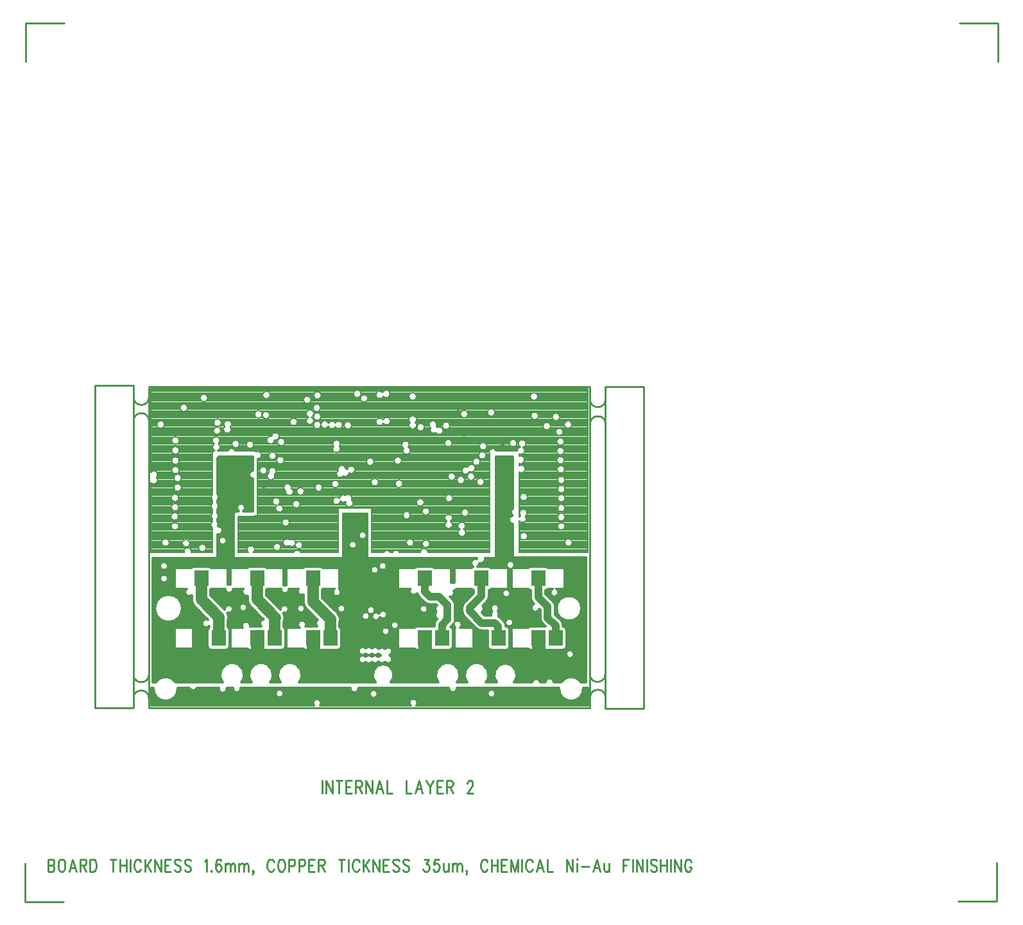
<source format=gbr>
*
*
G04 PADS Layout (Build Number 2007.21.1) generated Gerber (RS-274-X) file*
G04 PC Version=2.1*
*
%IN "2FOC-002.pcb"*%
*
%MOIN*%
*
%FSLAX35Y35*%
*
*
*
*
G04 PC Standard Apertures*
*
*
G04 Thermal Relief Aperture macro.*
%AMTER*
1,1,$1,0,0*
1,0,$1-$2,0,0*
21,0,$3,$4,0,0,45*
21,0,$3,$4,0,0,135*
%
*
*
G04 Annular Aperture macro.*
%AMANN*
1,1,$1,0,0*
1,0,$2,0,0*
%
*
*
G04 Odd Aperture macro.*
%AMODD*
1,1,$1,0,0*
1,0,$1-0.005,0,0*
%
*
*
G04 PC Custom Aperture Macros*
*
*
*
*
*
*
G04 PC Aperture Table*
*
%ADD010C,0.01*%
%ADD015C,0.008*%
%ADD028R,0.075X0.084*%
%ADD029C,0.085*%
%ADD070C,0.001*%
%ADD082C,0.01181*%
%ADD084C,0.05906*%
%ADD085C,0.03937*%
%ADD087C,0.01969*%
%ADD089C,0.07087*%
*
*
*
*
G04 PC Circuitry*
G04 Layer Name 2FOC-002.pcb - circuitry*
%LPD*%
*
*
G04 PC Custom Flashes*
G04 Layer Name 2FOC-002.pcb - flashes*
%LPD*%
*
*
G04 PC Circuitry*
G04 Layer Name 2FOC-002.pcb - circuitry*
%LPD*%
*
G54D10*
G01X1901575Y1434870D02*
Y1428307D01*
X1903620Y1434870D02*
Y1428307D01*
Y1434870D02*
X1906802Y1428307D01*
Y1434870D02*
Y1428307D01*
X1910438Y1434870D02*
Y1428307D01*
X1908848Y1434870D02*
X1912029D01*
X1914075D02*
Y1428307D01*
Y1434870D02*
X1917029D01*
X1914075Y1431745D02*
X1915893D01*
X1914075Y1428307D02*
X1917029D01*
X1919075Y1434870D02*
Y1428307D01*
Y1434870D02*
X1921120D01*
X1921802Y1434557*
X1922029Y1434245*
X1922257Y1433620*
Y1432995*
X1922029Y1432370*
X1921802Y1432057*
X1921120Y1431745*
X1919075*
X1920666D02*
X1922257Y1428307D01*
X1924302Y1434870D02*
Y1428307D01*
Y1434870D02*
X1927484Y1428307D01*
Y1434870D02*
Y1428307D01*
X1931348Y1434870D02*
X1929529Y1428307D01*
X1931348Y1434870D02*
X1933166Y1428307D01*
X1930211Y1430495D02*
X1932484D01*
X1935211Y1434870D02*
Y1428307D01*
X1937938*
X1945211Y1434870D02*
Y1428307D01*
X1947938*
X1951802Y1434870D02*
X1949984Y1428307D01*
X1951802Y1434870D02*
X1953620Y1428307D01*
X1950666Y1430495D02*
X1952938D01*
X1955666Y1434870D02*
X1957484Y1431745D01*
Y1428307*
X1959302Y1434870D02*
X1957484Y1431745D01*
X1961348Y1434870D02*
Y1428307D01*
Y1434870D02*
X1964302D01*
X1961348Y1431745D02*
X1963166D01*
X1961348Y1428307D02*
X1964302D01*
X1966348Y1434870D02*
Y1428307D01*
Y1434870D02*
X1968393D01*
X1969075Y1434557*
X1969302Y1434245*
X1969529Y1433620*
Y1432995*
X1969302Y1432370*
X1969075Y1432057*
X1968393Y1431745*
X1966348*
X1967938D02*
X1969529Y1428307D01*
X1977029Y1433307D02*
Y1433620D01*
X1977257Y1434245*
X1977484Y1434557*
X1977938Y1434870*
X1978848*
X1979302Y1434557*
X1979529Y1434245*
X1979757Y1433620*
Y1432995*
X1979529Y1432370*
X1979075Y1431432*
X1976802Y1428307*
X1979984*
X1759252Y1394122D02*
Y1387559D01*
Y1394122D02*
X1761297D01*
X1761979Y1393809*
X1762207Y1393497*
X1762434Y1392872*
Y1392247*
X1762207Y1391622*
X1761979Y1391309*
X1761297Y1390997*
X1759252D02*
X1761297D01*
X1761979Y1390684*
X1762207Y1390372*
X1762434Y1389747*
Y1388809*
X1762207Y1388184*
X1761979Y1387872*
X1761297Y1387559*
X1759252*
X1765843Y1394122D02*
X1765388Y1393809D01*
X1764934Y1393184*
X1764707Y1392559*
X1764479Y1391622*
Y1390059*
X1764707Y1389122*
X1764934Y1388497*
X1765388Y1387872*
X1765843Y1387559*
X1766752*
X1767207Y1387872*
X1767661Y1388497*
X1767888Y1389122*
X1768116Y1390059*
Y1391622*
X1767888Y1392559*
X1767661Y1393184*
X1767207Y1393809*
X1766752Y1394122*
X1765843*
X1771979D02*
X1770161Y1387559D01*
X1771979Y1394122D02*
X1773797Y1387559D01*
X1770843Y1389747D02*
X1773116D01*
X1775843Y1394122D02*
Y1387559D01*
Y1394122D02*
X1777888D01*
X1778570Y1393809*
X1778797Y1393497*
X1779025Y1392872*
Y1392247*
X1778797Y1391622*
X1778570Y1391309*
X1777888Y1390997*
X1775843*
X1777434D02*
X1779025Y1387559D01*
X1781070Y1394122D02*
Y1387559D01*
Y1394122D02*
X1782661D01*
X1783343Y1393809*
X1783797Y1393184*
X1784025Y1392559*
X1784252Y1391622*
Y1390059*
X1784025Y1389122*
X1783797Y1388497*
X1783343Y1387872*
X1782661Y1387559*
X1781070*
X1793116Y1394122D02*
Y1387559D01*
X1791525Y1394122D02*
X1794707D01*
X1796752D02*
Y1387559D01*
X1799934Y1394122D02*
Y1387559D01*
X1796752Y1390997D02*
X1799934D01*
X1801979Y1394122D02*
Y1387559D01*
X1807434Y1392559D02*
X1807207Y1393184D01*
X1806752Y1393809*
X1806297Y1394122*
X1805388*
X1804934Y1393809*
X1804479Y1393184*
X1804252Y1392559*
X1804025Y1391622*
Y1390059*
X1804252Y1389122*
X1804479Y1388497*
X1804934Y1387872*
X1805388Y1387559*
X1806297*
X1806752Y1387872*
X1807207Y1388497*
X1807434Y1389122*
X1809479Y1394122D02*
Y1387559D01*
X1812661Y1394122D02*
X1809479Y1389747D01*
X1810616Y1391309D02*
X1812661Y1387559D01*
X1814707Y1394122D02*
Y1387559D01*
Y1394122D02*
X1817888Y1387559D01*
Y1394122D02*
Y1387559D01*
X1819934Y1394122D02*
Y1387559D01*
Y1394122D02*
X1822888D01*
X1819934Y1390997D02*
X1821752D01*
X1819934Y1387559D02*
X1822888D01*
X1828116Y1393184D02*
X1827661Y1393809D01*
X1826979Y1394122*
X1826070*
X1825388Y1393809*
X1824934Y1393184*
Y1392559*
X1825161Y1391934*
X1825388Y1391622*
X1825843Y1391309*
X1827207Y1390684*
X1827661Y1390372*
X1827888Y1390059*
X1828116Y1389434*
Y1388497*
X1827661Y1387872*
X1826979Y1387559*
X1826070*
X1825388Y1387872*
X1824934Y1388497*
X1833343Y1393184D02*
X1832888Y1393809D01*
X1832207Y1394122*
X1831297*
X1830616Y1393809*
X1830161Y1393184*
Y1392559*
X1830388Y1391934*
X1830616Y1391622*
X1831070Y1391309*
X1832434Y1390684*
X1832888Y1390372*
X1833116Y1390059*
X1833343Y1389434*
Y1388497*
X1832888Y1387872*
X1832207Y1387559*
X1831297*
X1830616Y1387872*
X1830161Y1388497*
X1840616Y1392872D02*
X1841070Y1393184D01*
X1841752Y1394122*
Y1387559*
X1844025Y1388184D02*
X1843797Y1387872D01*
X1844025Y1387559*
X1844252Y1387872*
X1844025Y1388184*
X1849025Y1393184D02*
X1848797Y1393809D01*
X1848116Y1394122*
X1847661*
X1846979Y1393809*
X1846525Y1392872*
X1846297Y1391309*
Y1389747*
X1846525Y1388497*
X1846979Y1387872*
X1847661Y1387559*
X1847888*
X1848570Y1387872*
X1849025Y1388497*
X1849252Y1389434*
Y1389747*
X1849025Y1390684*
X1848570Y1391309*
X1847888Y1391622*
X1847661*
X1846979Y1391309*
X1846525Y1390684*
X1846297Y1389747*
X1851297Y1391934D02*
Y1387559D01*
Y1390684D02*
X1851979Y1391622D01*
X1852434Y1391934*
X1853116*
X1853570Y1391622*
X1853797Y1390684*
Y1387559*
Y1390684D02*
X1854479Y1391622D01*
X1854934Y1391934*
X1855616*
X1856070Y1391622*
X1856297Y1390684*
Y1387559*
X1858343Y1391934D02*
Y1387559D01*
Y1390684D02*
X1859025Y1391622D01*
X1859479Y1391934*
X1860161*
X1860616Y1391622*
X1860843Y1390684*
Y1387559*
Y1390684D02*
X1861525Y1391622D01*
X1861979Y1391934*
X1862661*
X1863116Y1391622*
X1863343Y1390684*
Y1387559*
X1865843Y1387872D02*
X1865616Y1387559D01*
X1865388Y1387872*
X1865616Y1388184*
X1865843Y1387872*
Y1387247*
X1865616Y1386622*
X1865388Y1386309*
X1876525Y1392559D02*
X1876297Y1393184D01*
X1875843Y1393809*
X1875388Y1394122*
X1874479*
X1874025Y1393809*
X1873570Y1393184*
X1873343Y1392559*
X1873116Y1391622*
Y1390059*
X1873343Y1389122*
X1873570Y1388497*
X1874025Y1387872*
X1874479Y1387559*
X1875388*
X1875843Y1387872*
X1876297Y1388497*
X1876525Y1389122*
X1879934Y1394122D02*
X1879479Y1393809D01*
X1879025Y1393184*
X1878797Y1392559*
X1878570Y1391622*
Y1390059*
X1878797Y1389122*
X1879025Y1388497*
X1879479Y1387872*
X1879934Y1387559*
X1880843*
X1881297Y1387872*
X1881752Y1388497*
X1881979Y1389122*
X1882207Y1390059*
Y1391622*
X1881979Y1392559*
X1881752Y1393184*
X1881297Y1393809*
X1880843Y1394122*
X1879934*
X1884252D02*
Y1387559D01*
Y1394122D02*
X1886297D01*
X1886979Y1393809*
X1887207Y1393497*
X1887434Y1392872*
Y1391934*
X1887207Y1391309*
X1886979Y1390997*
X1886297Y1390684*
X1884252*
X1889479Y1394122D02*
Y1387559D01*
Y1394122D02*
X1891525D01*
X1892207Y1393809*
X1892434Y1393497*
X1892661Y1392872*
Y1391934*
X1892434Y1391309*
X1892207Y1390997*
X1891525Y1390684*
X1889479*
X1894707Y1394122D02*
Y1387559D01*
Y1394122D02*
X1897661D01*
X1894707Y1390997D02*
X1896525D01*
X1894707Y1387559D02*
X1897661D01*
X1899707Y1394122D02*
Y1387559D01*
Y1394122D02*
X1901752D01*
X1902434Y1393809*
X1902661Y1393497*
X1902888Y1392872*
Y1392247*
X1902661Y1391622*
X1902434Y1391309*
X1901752Y1390997*
X1899707*
X1901297D02*
X1902888Y1387559D01*
X1911752Y1394122D02*
Y1387559D01*
X1910161Y1394122D02*
X1913343D01*
X1915388D02*
Y1387559D01*
X1920843Y1392559D02*
X1920616Y1393184D01*
X1920161Y1393809*
X1919707Y1394122*
X1918797*
X1918343Y1393809*
X1917888Y1393184*
X1917661Y1392559*
X1917434Y1391622*
Y1390059*
X1917661Y1389122*
X1917888Y1388497*
X1918343Y1387872*
X1918797Y1387559*
X1919707*
X1920161Y1387872*
X1920616Y1388497*
X1920843Y1389122*
X1922888Y1394122D02*
Y1387559D01*
X1926070Y1394122D02*
X1922888Y1389747D01*
X1924025Y1391309D02*
X1926070Y1387559D01*
X1928116Y1394122D02*
Y1387559D01*
Y1394122D02*
X1931297Y1387559D01*
Y1394122D02*
Y1387559D01*
X1933343Y1394122D02*
Y1387559D01*
Y1394122D02*
X1936297D01*
X1933343Y1390997D02*
X1935161D01*
X1933343Y1387559D02*
X1936297D01*
X1941525Y1393184D02*
X1941070Y1393809D01*
X1940388Y1394122*
X1939479*
X1938797Y1393809*
X1938343Y1393184*
Y1392559*
X1938570Y1391934*
X1938797Y1391622*
X1939252Y1391309*
X1940616Y1390684*
X1941070Y1390372*
X1941297Y1390059*
X1941525Y1389434*
Y1388497*
X1941070Y1387872*
X1940388Y1387559*
X1939479*
X1938797Y1387872*
X1938343Y1388497*
X1946752Y1393184D02*
X1946297Y1393809D01*
X1945616Y1394122*
X1944707*
X1944025Y1393809*
X1943570Y1393184*
Y1392559*
X1943797Y1391934*
X1944025Y1391622*
X1944479Y1391309*
X1945843Y1390684*
X1946297Y1390372*
X1946525Y1390059*
X1946752Y1389434*
Y1388497*
X1946297Y1387872*
X1945616Y1387559*
X1944707*
X1944025Y1387872*
X1943570Y1388497*
X1954479Y1394122D02*
X1956979D01*
X1955616Y1391622*
X1956297*
X1956752Y1391309*
X1956979Y1390997*
X1957207Y1390059*
Y1389434*
X1956979Y1388497*
X1956525Y1387872*
X1955843Y1387559*
X1955161*
X1954479Y1387872*
X1954252Y1388184*
X1954025Y1388809*
X1962207Y1394122D02*
X1959934D01*
X1959707Y1391309*
X1959934Y1391622*
X1960616Y1391934*
X1961297*
X1961979Y1391622*
X1962434Y1390997*
X1962661Y1390059*
X1962434Y1389434*
X1962207Y1388497*
X1961752Y1387872*
X1961070Y1387559*
X1960388*
X1959707Y1387872*
X1959479Y1388184*
X1959252Y1388809*
X1964707Y1391934D02*
Y1388809D01*
X1964934Y1387872*
X1965388Y1387559*
X1966070*
X1966525Y1387872*
X1967207Y1388809*
Y1391934D02*
Y1387559D01*
X1969252Y1391934D02*
Y1387559D01*
Y1390684D02*
X1969934Y1391622D01*
X1970388Y1391934*
X1971070*
X1971525Y1391622*
X1971752Y1390684*
Y1387559*
Y1390684D02*
X1972434Y1391622D01*
X1972888Y1391934*
X1973570*
X1974025Y1391622*
X1974252Y1390684*
Y1387559*
X1976752Y1387872D02*
X1976525Y1387559D01*
X1976297Y1387872*
X1976525Y1388184*
X1976752Y1387872*
Y1387247*
X1976525Y1386622*
X1976297Y1386309*
X1987434Y1392559D02*
X1987207Y1393184D01*
X1986752Y1393809*
X1986297Y1394122*
X1985388*
X1984934Y1393809*
X1984479Y1393184*
X1984252Y1392559*
X1984025Y1391622*
Y1390059*
X1984252Y1389122*
X1984479Y1388497*
X1984934Y1387872*
X1985388Y1387559*
X1986297*
X1986752Y1387872*
X1987207Y1388497*
X1987434Y1389122*
X1989479Y1394122D02*
Y1387559D01*
X1992661Y1394122D02*
Y1387559D01*
X1989479Y1390997D02*
X1992661D01*
X1994707Y1394122D02*
Y1387559D01*
Y1394122D02*
X1997661D01*
X1994707Y1390997D02*
X1996525D01*
X1994707Y1387559D02*
X1997661D01*
X1999707Y1394122D02*
Y1387559D01*
Y1394122D02*
X2001525Y1387559D01*
X2003343Y1394122D02*
X2001525Y1387559D01*
X2003343Y1394122D02*
Y1387559D01*
X2005388Y1394122D02*
Y1387559D01*
X2010843Y1392559D02*
X2010616Y1393184D01*
X2010161Y1393809*
X2009707Y1394122*
X2008797*
X2008343Y1393809*
X2007888Y1393184*
X2007661Y1392559*
X2007434Y1391622*
Y1390059*
X2007661Y1389122*
X2007888Y1388497*
X2008343Y1387872*
X2008797Y1387559*
X2009707*
X2010161Y1387872*
X2010616Y1388497*
X2010843Y1389122*
X2014707Y1394122D02*
X2012888Y1387559D01*
X2014707Y1394122D02*
X2016525Y1387559D01*
X2013570Y1389747D02*
X2015843D01*
X2018570Y1394122D02*
Y1387559D01*
X2021297*
X2028570Y1394122D02*
Y1387559D01*
Y1394122D02*
X2031752Y1387559D01*
Y1394122D02*
Y1387559D01*
X2033797Y1394122D02*
X2034025Y1393809D01*
X2034252Y1394122*
X2034025Y1394434*
X2033797Y1394122*
X2034025Y1391934D02*
Y1387559D01*
X2036297Y1390372D02*
X2040388D01*
X2044252Y1394122D02*
X2042434Y1387559D01*
X2044252Y1394122D02*
X2046070Y1387559D01*
X2043116Y1389747D02*
X2045388D01*
X2048116Y1391934D02*
Y1388809D01*
X2048343Y1387872*
X2048797Y1387559*
X2049479*
X2049934Y1387872*
X2050616Y1388809*
Y1391934D02*
Y1387559D01*
X2057888Y1394122D02*
Y1387559D01*
Y1394122D02*
X2060843D01*
X2057888Y1390997D02*
X2059707D01*
X2062888Y1394122D02*
Y1387559D01*
X2064934Y1394122D02*
Y1387559D01*
Y1394122D02*
X2068116Y1387559D01*
Y1394122D02*
Y1387559D01*
X2070161Y1394122D02*
Y1387559D01*
X2075388Y1393184D02*
X2074934Y1393809D01*
X2074252Y1394122*
X2073343*
X2072661Y1393809*
X2072207Y1393184*
Y1392559*
X2072434Y1391934*
X2072661Y1391622*
X2073116Y1391309*
X2074479Y1390684*
X2074934Y1390372*
X2075161Y1390059*
X2075388Y1389434*
Y1388497*
X2074934Y1387872*
X2074252Y1387559*
X2073343*
X2072661Y1387872*
X2072207Y1388497*
X2077434Y1394122D02*
Y1387559D01*
X2080616Y1394122D02*
Y1387559D01*
X2077434Y1390997D02*
X2080616D01*
X2082661Y1394122D02*
Y1387559D01*
X2084707Y1394122D02*
Y1387559D01*
Y1394122D02*
X2087888Y1387559D01*
Y1394122D02*
Y1387559D01*
X2093343Y1392559D02*
X2093116Y1393184D01*
X2092661Y1393809*
X2092207Y1394122*
X2091297*
X2090843Y1393809*
X2090388Y1393184*
X2090161Y1392559*
X2089934Y1391622*
Y1390059*
X2090161Y1389122*
X2090388Y1388497*
X2090843Y1387872*
X2091297Y1387559*
X2092207*
X2092661Y1387872*
X2093116Y1388497*
X2093343Y1389122*
Y1390059*
X2092207D02*
X2093343D01*
X1811638Y1472618D02*
X2040748D01*
Y1639331*
X1811638*
Y1472618*
X1767520Y1828110D02*
X1747520D01*
Y1808110*
X1747441Y1391890D02*
Y1371890D01*
X1767441*
X2232087Y1372205D02*
X2252087D01*
Y1392205*
X2252559Y1808031D02*
Y1828031D01*
X2232559*
X1803543Y1640118D02*
Y1472598D01*
X1783465*
Y1639921*
X1803346*
X2040757Y1632696D02*
G75*
G03X2048757I4000J0D01*
G01X2048791Y1619988D02*
G03X2040791I-4000J-0D01*
G01X1803664Y1633822D02*
G03X1811664I4000J0D01*
G01X1811677Y1621551D02*
G03X1803677I-4000J0D01*
G01X1803664Y1489924D02*
G03X1811664I4000J0D01*
G01X1811612Y1477656D02*
G03X1803612I-4000J-0D01*
G01X2040672Y1490121D02*
G03X2048672I4000J0D01*
G01X2068504Y1472205D02*
X2048728D01*
Y1639331*
X2068504*
Y1472205*
X2048805Y1478060D02*
G03X2040805I-4000J-0D01*
G54D15*
G01X2031502Y1558425D02*
G03X2031502I-1974J0D01*
G01X2027762Y1566890D02*
G03X2027762I-1975J0D01*
G01Y1571614D02*
G03X2027762I-1975J0D01*
G01Y1576339D02*
G03X2027762I-1975J0D01*
G01Y1581457D02*
G03X2027762I-1975J0D01*
G01Y1586181D02*
G03X2027762I-1975J0D01*
G01Y1590906D02*
G03X2027762I-1975J0D01*
G01X2027565Y1596417D02*
G03X2027565I-1974J0D01*
G01X2027369Y1601142D02*
G03X2027369I-1975J0D01*
G01Y1605866D02*
G03X2027369I-1975J0D01*
G01Y1610787D02*
G03X2027369I-1975J0D01*
G01X2031306Y1619646D02*
G03X2031306I-1975J0D01*
G01X2026778Y1615906D02*
G03X2026778I-1975J0D01*
G01X2025006Y1623583D02*
G03X2025006I-1975J0D01*
G01X2020282Y1618858D02*
G03X2020282I-1975J0D01*
G01X2014006Y1624193D02*
G03X2014006I-1975J0D01*
G01X2013589Y1634213D02*
G03X2013589I-1975J0D01*
G01X2008274Y1561772D02*
G03X2008274I-1975J0D01*
G01Y1582047D02*
G03X2008274I-1975J0D01*
G01X2002762Y1610000D02*
G03X2002762I-1975J0D01*
G01X1991345Y1625945D02*
G03X1991345I-1975J0D01*
G01X1985833Y1589921D02*
G03X1985833I-1975J0D01*
G01X1977762Y1573976D02*
G03X1977762I-1975J0D01*
G01X1980912Y1592677D02*
G03X1980912I-1975J0D01*
G01X1975597Y1590906D02*
G03X1975597I-1975J0D01*
G01X1983668Y1600354D02*
G03X1983668I-1975J0D01*
G01X1986817Y1603701D02*
G03X1986817I-1974J0D01*
G01X1987211Y1608425D02*
G03X1987211I-1975J0D01*
G01X1977369Y1625157D02*
G03X1977369I-1975J0D01*
G01X1969495Y1581457D02*
G03X1969495I-1975J0D01*
G01X1970872Y1592677D02*
G03X1970872I-1974J0D01*
G01X1969101Y1610000D02*
G03X1969101I-1975J0D01*
G01X1967920Y1619055D02*
G03X1967920I-1975J0D01*
G01X1954534Y1579291D02*
G03X1954534I-1975J0D01*
G01X1954731Y1618268D02*
G03X1954731I-1975J0D01*
G01X1949219Y1558425D02*
G03X1949219I-1975J0D01*
G01X1947447Y1572598D02*
G03X1947447I-1975J0D01*
G01X1943510Y1588937D02*
G03X1943510I-1975J0D01*
G01X1950597Y1634213D02*
G03X1950597I-1975J0D01*
G01X1930912Y1589724D02*
G03X1930912I-1975J0D01*
G01X1928550Y1600354D02*
G03X1928550I-1975J0D01*
G01X1925400Y1633228D02*
G03X1925400I-1975J0D01*
G01X1910439Y1588740D02*
G03X1910439I-1974J0D01*
G01X1921857Y1635591D02*
G03X1921857I-1975J0D01*
G01X1916935Y1619252D02*
G03X1916935I-1974J0D01*
G01X1901778Y1586969D02*
G03X1901778I-1975J0D01*
G01X1900991Y1623780D02*
G03X1900991I-1975J0D01*
G01X1900794Y1628307D02*
G03X1900794I-1975J0D01*
G01X1901187Y1634803D02*
G03X1901187I-1974J0D01*
G01X1890164Y1578307D02*
G03X1890164I-1975J0D01*
G01X1892329Y1585000D02*
G03X1892329I-1975J0D01*
G01X1895872Y1632441D02*
G03X1895872I-1974J0D01*
G01X1884652Y1568858D02*
G03X1884652I-1975J0D01*
G01X1888786Y1621024D02*
G03X1888786I-1975J0D01*
G01X1880124Y1556063D02*
G03X1880124I-1974J0D01*
G01X1881896Y1601142D02*
G03X1881896I-1975J0D01*
G01X1882290Y1610591D02*
G03X1882290I-1975J0D01*
G01X1877762Y1603504D02*
G03X1877762I-1975J0D01*
G01X1873038Y1595827D02*
G03X1873038I-1975J0D01*
G01X1874416Y1624567D02*
G03X1874416I-1975J0D01*
G01X1874613Y1635000D02*
G03X1874613I-1975J0D01*
G01X1870479Y1624961D02*
G03X1870479I-1975J0D01*
G01X1866148Y1609213D02*
G03X1866148I-1975J0D01*
G01X1858668Y1609606D02*
G03X1858668I-1975J0D01*
G01X1849022Y1616496D02*
G03X1849022I-1975J0D01*
G01X1849219Y1620630D02*
G03X1849219I-1975J0D01*
G01X1841345Y1555669D02*
G03X1841345I-1975J0D01*
G01X1842156Y1633445D02*
G03X1842156I-1975J0D01*
G01X1832880Y1558031D02*
G03X1832880I-1974J0D01*
G01X1827172Y1566890D02*
G03X1827172I-1975J0D01*
G01X1826975Y1572008D02*
G03X1826975I-1975J0D01*
G01X1827172Y1576732D02*
G03X1827172I-1975J0D01*
G01Y1581654D02*
G03X1827172I-1975J0D01*
G01X1828550Y1586969D02*
G03X1828550I-1975J0D01*
G01Y1591890D02*
G03X1828550I-1975J0D01*
G01X1831723Y1628327D02*
G03X1831723I-1975J0D01*
G01X1827369Y1596024D02*
G03X1827369I-1975J0D01*
G01Y1600945D02*
G03X1827369I-1975J0D01*
G01Y1606260D02*
G03X1827369I-1975J0D01*
G01Y1611378D02*
G03X1827369I-1975J0D01*
G01X1822250Y1558425D02*
G03X1822250I-1974J0D01*
G01X1819691Y1619646D02*
G03X1819691I-1974J0D01*
G01X1942920Y1600945D02*
G03X1942920I-1975J0D01*
G01X1957487Y1557835D02*
G03X1957487I-1975J0D01*
G01Y1574567D02*
G03X1957487I-1975J0D01*
G01X2039757Y1553313D02*
Y1638340D01*
X1812628*
Y1594881*
X1815508Y1592205D02*
G03X1812628Y1594881I-1311J1476D01*
G01Y1589528D02*
G03X1815508Y1592205I1569J1200D01*
G01X1812628Y1589528D02*
Y1553313D01*
X1829806*
X1833579D02*
G03X1829806I-1886J585D01*
G01X1833579D02*
X1844482D01*
Y1566296*
Y1569452D02*
G03Y1566296I1187J-1578D01*
G01Y1569452D02*
Y1570796D01*
Y1573613D02*
G03Y1570796I1384J-1408D01*
G01Y1573613D02*
Y1575914D01*
Y1578731D02*
G03Y1575914I1384J-1408D01*
G01Y1578731D02*
Y1580639D01*
Y1583456D02*
G03Y1580639I1384J-1409D01*
G01Y1583456D02*
Y1604282D01*
Y1604300D02*
G03Y1604282I1975J-9D01*
G01Y1604300D02*
Y1605479D01*
X1844879*
X1845929Y1606194D02*
G03X1844879Y1605479I528J-1903D01*
G01X1845513Y1609643D02*
G03X1845929Y1606194I1141J-1612D01*
G01X1847598Y1609766D02*
G03X1845513Y1609643I-1141J1612D01*
G01X1847181Y1606128D02*
G03X1847598Y1609766I-527J1903D01*
G01X1847316Y1606069D02*
G03X1847181Y1606128I-859J-1778D01*
G01X1847316Y1606069D02*
X1852719D01*
X1856336D02*
G03X1852719I-1808J-793D01*
G01X1856336D02*
X1865748D01*
X1867140Y1605617D02*
G03X1865748Y1606069I-1392J-1916D01*
G01X1868117Y1601923D02*
G03X1867140Y1605617I-7J1975D01*
G01X1868117Y1601923D02*
Y1574370D01*
X1867920Y1573425D02*
G03X1868117Y1574370I-2172J945D01*
G01X1867920Y1573425D02*
Y1572395D01*
X1867056*
X1865748Y1572002D02*
G03X1867056Y1572395I0J2368D01*
G01X1865748Y1572002D02*
X1858077D01*
Y1553313*
X1863367*
X1865767D02*
G03X1863367I-1200J1569D01*
G01X1865767D02*
X1886774D01*
X1890391D02*
G03X1886774I-1808J-793D01*
G01X1890391D02*
X1909836D01*
Y1576345*
X1927369*
Y1553313*
X1933528*
X1936945D02*
G03X1933528I-1709J-990D01*
G01X1936945D02*
X1938152D01*
X1941769D02*
G03X1938152I-1808J-793D01*
G01X1941769D02*
X1952562D01*
X1956493D02*
G03X1952562I-1965J191D01*
G01X1956493D02*
X1988773D01*
Y1603910*
X1992070Y1605872D02*
G03X1988773Y1603910I-1889J-577D01*
G01X1992070Y1605872D02*
X2002956D01*
X2004662Y1608021D02*
G03X2002956Y1605872I259J-1958D01*
G01X2005771Y1607845D02*
G03X2004662Y1608021I-259J1958D01*
G01X2003943Y1604347D02*
G03X2005771Y1607845I978J1716D01*
G01X2003943Y1604347D02*
Y1603152D01*
Y1599525D02*
G03Y1603152I781J1814D01*
G01Y1599525D02*
Y1598202D01*
Y1595027D02*
G03Y1598202I1175J1587D01*
G01Y1595027D02*
Y1571515D01*
X2004739Y1572350D02*
G03X2003943Y1571515I970J-1720D01*
G01X2007072Y1572059D02*
G03X2004739Y1572350I-970J1721D01*
G01X2003943Y1569745D02*
G03X2007072Y1572059I1766J885D01*
G01X2003943Y1569745D02*
Y1553313D01*
X2039757*
X2031502Y1558425D02*
G03X2031502I-1974J0D01*
G01X2027762Y1566890D02*
G03X2027762I-1975J0D01*
G01Y1571614D02*
G03X2027762I-1975J0D01*
G01Y1576339D02*
G03X2027762I-1975J0D01*
G01Y1581457D02*
G03X2027762I-1975J0D01*
G01Y1586181D02*
G03X2027762I-1975J0D01*
G01Y1590906D02*
G03X2027762I-1975J0D01*
G01X2027565Y1596417D02*
G03X2027565I-1974J0D01*
G01X2027369Y1601142D02*
G03X2027369I-1975J0D01*
G01Y1605866D02*
G03X2027369I-1975J0D01*
G01Y1610787D02*
G03X2027369I-1975J0D01*
G01X2031306Y1619646D02*
G03X2031306I-1975J0D01*
G01X2026778Y1615906D02*
G03X2026778I-1975J0D01*
G01X2025006Y1623583D02*
G03X2025006I-1975J0D01*
G01X2020282Y1618858D02*
G03X2020282I-1975J0D01*
G01X2014006Y1624193D02*
G03X2014006I-1975J0D01*
G01X2013589Y1634213D02*
G03X2013589I-1975J0D01*
G01X2008274Y1561772D02*
G03X2008274I-1975J0D01*
G01Y1582047D02*
G03X2008274I-1975J0D01*
G01X2002762Y1610000D02*
G03X2002762I-1975J0D01*
G01X1991345Y1625945D02*
G03X1991345I-1975J0D01*
G01X1985833Y1589921D02*
G03X1985833I-1975J0D01*
G01X1973249Y1565267D02*
G03X1974980Y1565363I964J-1724D01*
X1973249Y1565267I-964J1724*
G01X1977762Y1573976D02*
G03X1977762I-1975J0D01*
G01X1980912Y1592677D02*
G03X1980912I-1975J0D01*
G01X1975597Y1590906D02*
G03X1975597I-1975J0D01*
G01X1978092Y1595330D02*
G03X1977223Y1597505I1042J1678D01*
X1978092Y1595330I-1042J-1678*
G01X1983668Y1600354D02*
G03X1983668I-1975J0D01*
G01X1986817Y1603701D02*
G03X1986817I-1974J0D01*
G01X1987211Y1608425D02*
G03X1987211I-1975J0D01*
G01X1977369Y1625157D02*
G03X1977369I-1975J0D01*
G01X1968195Y1569449D02*
G03X1966450I-872J1771D01*
X1968195I873J-1772*
G01X1969495Y1581457D02*
G03X1969495I-1975J0D01*
G01X1970872Y1592677D02*
G03X1970872I-1974J0D01*
G01X1969101Y1610000D02*
G03X1969101I-1975J0D01*
G01X1960734Y1615439D02*
G03X1961314Y1618144I1668J1057D01*
G01X1957913Y1618034D02*
G03X1960734Y1615439I1733J-947D01*
G01X1960788Y1618698D02*
G03X1957913Y1618034I-1733J948D01*
G01X1961313Y1618144D02*
G03X1960788Y1618698I-1667J-1057D01*
G01X1967920Y1619055D02*
G03X1967920I-1975J0D01*
G01X1954534Y1579291D02*
G03X1954534I-1975J0D01*
G01X1954731Y1618268D02*
G03X1954731I-1975J0D01*
G01X1949219Y1558425D02*
G03X1949219I-1975J0D01*
G01X1947447Y1572598D02*
G03X1947447I-1975J0D01*
G01X1943510Y1588937D02*
G03X1943510I-1975J0D01*
G01X1944042Y1607425D02*
G03X1946312Y1607851I1430J-1362D01*
X1944042Y1607425I-1430J1362*
G01X1949934Y1620728D02*
G03X1947310I-1312J1477D01*
X1949934I1312J-1476*
G01X1950597Y1634213D02*
G03X1950597I-1975J0D01*
G01X1930912Y1589724D02*
G03X1930912I-1975J0D01*
G01X1933362Y1620376D02*
G03X1933174Y1622065I1677J1041D01*
X1933362Y1620376I-1678J-1041*
G01X1933344Y1634304D02*
G03X1932994Y1636286I1499J1287D01*
X1933344Y1634304I-1498J-1286*
G01X1928550Y1600354D02*
G03X1928550I-1975J0D01*
G01X1925400Y1633228D02*
G03X1925400I-1975J0D01*
G01X1914016Y1579846D02*
G03X1916890Y1580509I1732J-948D01*
G01X1913993Y1579862D02*
G03X1914016Y1579846I1164J1595D01*
G01X1911030Y1580060D02*
G03X1913993Y1579862I1568J1200D01*
G01X1910624Y1581279D02*
G03X1911030Y1580060I-1569J-1200D01*
G01X1913763Y1582855D02*
G03X1910624Y1581279I-1165J-1595D01*
G01X1916890Y1580509D02*
G03X1913763Y1582855I-1733J948D01*
G01X1910439Y1588740D02*
G03X1910439I-1974J0D01*
G01X1915557Y1594633D02*
G03X1914758Y1596233I1175J1587D01*
G01X1912495Y1592998D02*
G03X1915557Y1594633I1088J1648D01*
G01X1909992Y1595845D02*
G03X1912495Y1592998I835J-1790D01*
G01X1913786Y1596614D02*
G03X1909992Y1595845I-1975J0D01*
G01X1913786Y1596614D02*
Y1596610D01*
X1914757Y1596233D02*
G03X1913786Y1596610I-1174J-1587D01*
G01X1921857Y1635591D02*
G03X1921857I-1975J0D01*
G01X1916935Y1619252D02*
G03X1916935I-1974J0D01*
G01X1910559Y1608327D02*
G03X1907551I-1504J1279D01*
X1910559I1504J-1280*
G01X1901778Y1586969D02*
G03X1901778I-1975J0D01*
G01X1908465Y1618576D02*
G03Y1620321I1771J873D01*
G01X1904790Y1618921D02*
G03X1908465Y1618576I1903J528D01*
G01X1900990Y1619424D02*
G03X1904790Y1618921I1963J222D01*
G01X1900978Y1619671D02*
G03X1900990Y1619424I-1962J-222D01*
G01X1904856Y1620173D02*
G03X1900978Y1619671I-1903J-527D01*
G01X1908465Y1620321D02*
G03X1904856Y1620173I-1772J-872D01*
G01X1900991Y1623780D02*
G03X1900991I-1975J0D01*
G01X1895910Y1623484D02*
G03X1894641I-634J1870D01*
X1895910I635J-1870*
G01X1900794Y1628307D02*
G03X1900794I-1975J0D01*
G01X1901187Y1634803D02*
G03X1901187I-1974J0D01*
G01X1887627Y1557416D02*
G03X1887767Y1557859I1940J-369D01*
G01X1884432Y1556830D02*
G03X1887627Y1557416I1395J1398D01*
G01X1884662Y1559823D02*
G03X1884432Y1556830I-1394J-1398D01*
G01X1887767Y1557859D02*
G03X1884662Y1559823I-1940J369D01*
G01X1890164Y1578307D02*
G03X1890164I-1975J0D01*
G01X1892329Y1585000D02*
G03X1892329I-1975J0D01*
G01X1895872Y1632441D02*
G03X1895872I-1974J0D01*
G01X1884652Y1568858D02*
G03X1884652I-1975J0D01*
G01X1882718Y1585233D02*
G03X1885589Y1586538I1928J-430D01*
X1882718Y1585233I-1928J431*
G01X1888786Y1621024D02*
G03X1888786I-1975J0D01*
G01X1880124Y1556063D02*
G03X1880124I-1974J0D01*
G01X1878200Y1577761D02*
G03X1878887Y1578066I1131J-1619D01*
X1878200Y1577761I-1131J1619*
G01X1881896Y1601142D02*
G03X1881896I-1975J0D01*
G01X1882290Y1610591D02*
G03X1882290I-1975J0D01*
G01X1876781Y1593727D02*
G03X1874006Y1594581I-994J1706D01*
G01Y1594580D02*
G03X1876781Y1593727I994J-1706D01*
G01X1877762Y1603504D02*
G03X1877762I-1975J0D01*
G01X1873038Y1595827D02*
G03X1873038I-1975J0D01*
G01X1876776Y1611657D02*
G03X1875389Y1613461I586J1886D01*
X1876776Y1611657I-586J-1886*
G01X1874416Y1624567D02*
G03X1874416I-1975J0D01*
G01X1874613Y1635000D02*
G03X1874613I-1975J0D01*
G01X1870479Y1624961D02*
G03X1870479I-1975J0D01*
G01X1866148Y1609213D02*
G03X1866148I-1975J0D01*
G01X1858668Y1609606D02*
G03X1858668I-1975J0D01*
G01X1853868Y1618364D02*
G03X1851053Y1618565I-1309J1479D01*
X1853868Y1618364I1309J-1478*
G01X1849022Y1616496D02*
G03X1849022I-1975J0D01*
G01X1849219Y1620630D02*
G03X1849219I-1975J0D01*
G01X1841345Y1555669D02*
G03X1841345I-1975J0D01*
G01X1842156Y1633445D02*
G03X1842156I-1975J0D01*
G01X1832880Y1558031D02*
G03X1832880I-1974J0D01*
G01X1827172Y1566890D02*
G03X1827172I-1975J0D01*
G01X1826975Y1572008D02*
G03X1826975I-1975J0D01*
G01X1827172Y1576732D02*
G03X1827172I-1975J0D01*
G01Y1581654D02*
G03X1827172I-1975J0D01*
G01X1828550Y1586969D02*
G03X1828550I-1975J0D01*
G01Y1591890D02*
G03X1828550I-1975J0D01*
G01X1831723Y1628327D02*
G03X1831723I-1975J0D01*
G01X1827369Y1596024D02*
G03X1827369I-1975J0D01*
G01Y1600945D02*
G03X1827369I-1975J0D01*
G01Y1606260D02*
G03X1827369I-1975J0D01*
G01Y1611378D02*
G03X1827369I-1975J0D01*
G01X1822250Y1558425D02*
G03X1822250I-1974J0D01*
G01X1819691Y1619646D02*
G03X1819691I-1974J0D01*
G01X1942920Y1600945D02*
G03X1942920I-1975J0D01*
G01X1957487Y1557835D02*
G03X1957487I-1975J0D01*
G01Y1574567D02*
G03X1957487I-1975J0D01*
G01X1812628Y1638272D02*
X2039757D01*
X1935071Y1637552D02*
X2039757D01*
X1936378Y1636832D02*
X2039757D01*
X2012154Y1636112D02*
X2039757D01*
X2013198Y1635392D02*
X2039757D01*
X2013535Y1634672D02*
X2039757D01*
X2013572Y1633952D02*
X2039757D01*
X2013328Y1633232D02*
X2039757D01*
X2012618Y1632512D02*
X2039757D01*
X1924781Y1631792D02*
X2039757D01*
X1895321Y1631072D02*
X2039757D01*
X1812628Y1630352D02*
X2039757D01*
X1900283Y1629632D02*
X2039757D01*
X1900699Y1628912D02*
X2039757D01*
X1900790Y1628192D02*
X2039757D01*
X1990622Y1627472D02*
X2039757D01*
X1991172Y1626752D02*
X2039757D01*
X2012751Y1626032D02*
X2039757D01*
X2023985Y1625312D02*
X2039757D01*
X2024729Y1624592D02*
X2039757D01*
X2024985Y1623872D02*
X2039757D01*
X2024959Y1623152D02*
X2039757D01*
X2024637Y1622432D02*
X2039757D01*
X2023665Y1621712D02*
X2039757D01*
X2030775Y1620992D02*
X2039757D01*
X2031204Y1620272D02*
X2039757D01*
X2031303Y1619552D02*
X2039757D01*
X2031130Y1618832D02*
X2039757D01*
X2030575Y1618112D02*
X2039757D01*
X2026103Y1617392D02*
X2039757D01*
X2026623Y1616672D02*
X2039757D01*
X2026777Y1615952D02*
X2039757D01*
X2026660Y1615232D02*
X2039757D01*
X2026203Y1614512D02*
X2039757D01*
X1879321Y1613792D02*
X2039757D01*
X1879280Y1613072D02*
X2039757D01*
X2026599Y1612352D02*
X2039757D01*
X2027179Y1611632D02*
X2039757D01*
X2027365Y1610912D02*
X2039757D01*
X2027277Y1610192D02*
X2039757D01*
X2026867Y1609472D02*
X2039757D01*
X2007184Y1608752D02*
X2039757D01*
X2006385Y1608032D02*
X2039757D01*
X2026739Y1607312D02*
X2039757D01*
X2027230Y1606592D02*
X2039757D01*
X2027369Y1605872D02*
X2039757D01*
X2027235Y1605152D02*
X2039757D01*
X2026751Y1604432D02*
X2039757D01*
X2003943Y1603712D02*
X2039757D01*
X2026084Y1602992D02*
X2039757D01*
X2027013Y1602272D02*
X2039757D01*
X2027325Y1601552D02*
X2039757D01*
X2027344Y1600832D02*
X2039757D01*
X2027079Y1600112D02*
X2039757D01*
X2026309Y1599392D02*
X2039757D01*
X2003943Y1598672D02*
X2039757D01*
X2026833Y1597952D02*
X2039757D01*
X2027389Y1597232D02*
X2039757D01*
X2027563Y1596512D02*
X2039757D01*
X2027464Y1595792D02*
X2039757D01*
X2027036Y1595072D02*
X2039757D01*
X2003943Y1594352D02*
X2039757D01*
X2003943Y1593632D02*
X2039757D01*
X2003943Y1592912D02*
X2039757D01*
X2027286Y1592192D02*
X2039757D01*
X2027679Y1591472D02*
X2039757D01*
X2027756Y1590752D02*
X2039757D01*
X2027559Y1590032D02*
X2039757D01*
X2026954Y1589312D02*
X2039757D01*
X2003943Y1588592D02*
X2039757D01*
X2026807Y1587872D02*
X2039757D01*
X2027507Y1587152D02*
X2039757D01*
X2027746Y1586432D02*
X2039757D01*
X2027706Y1585712D02*
X2039757D01*
X2027364Y1584992D02*
X2039757D01*
X2026293Y1584272D02*
X2039757D01*
X2007578Y1583552D02*
X2039757D01*
X2027205Y1582832D02*
X2039757D01*
X2027650Y1582112D02*
X2039757D01*
X2027761Y1581392D02*
X2039757D01*
X2027600Y1580672D02*
X2039757D01*
X2027066Y1579952D02*
X2039757D01*
X2003943Y1579232D02*
X2039757D01*
X2003943Y1578512D02*
X2039757D01*
X2027124Y1577792D02*
X2039757D01*
X2027621Y1577072D02*
X2039757D01*
X2027762Y1576352D02*
X2039757D01*
X2027632Y1575632D02*
X2039757D01*
X2027153Y1574912D02*
X2039757D01*
X2008034Y1574192D02*
X2039757D01*
X2026457Y1573472D02*
X2039757D01*
X2027401Y1572752D02*
X2039757D01*
X2027718Y1572032D02*
X2039757D01*
X2027739Y1571312D02*
X2039757D01*
X2027477Y1570592D02*
X2039757D01*
X2026717Y1569872D02*
X2039757D01*
X2007019Y1569152D02*
X2039757D01*
X2027021Y1568432D02*
X2039757D01*
X2027583Y1567712D02*
X2039757D01*
X2027760Y1566992D02*
X2039757D01*
X2027663Y1566272D02*
X2039757D01*
X2027240Y1565552D02*
X2039757D01*
X2003943Y1564832D02*
X2039757D01*
X2003943Y1564112D02*
X2039757D01*
X2007428Y1563392D02*
X2039757D01*
X2008057Y1562672D02*
X2039757D01*
X2008266Y1561952D02*
X2039757D01*
X2008199Y1561232D02*
X2039757D01*
X2007820Y1560512D02*
X2039757D01*
X2030953Y1559792D02*
X2039757D01*
X2031393Y1559072D02*
X2039757D01*
X2031501Y1558352D02*
X2039757D01*
X2031336Y1557632D02*
X2039757D01*
X2030797Y1556912D02*
X2039757D01*
X2003943Y1556192D02*
X2039757D01*
X2003943Y1555472D02*
X2039757D01*
X2003943Y1554752D02*
X2039757D01*
X2003943Y1554032D02*
X2039757D01*
X2003943Y1556912D02*
X2028259D01*
X2003943Y1559792D02*
X2028102D01*
X2020136Y1618112D02*
X2028087D01*
X1966330Y1620992D02*
X2027886D01*
X2003943Y1557632D02*
X2027719D01*
X2003943Y1559072D02*
X2027662D01*
X2003943Y1558352D02*
X2027554D01*
X2020282Y1618832D02*
X2027531D01*
X2019686Y1620272D02*
X2027458D01*
X2020156Y1619552D02*
X2027358D01*
X2003943Y1584272D02*
X2025282D01*
X2008053Y1573472D02*
X2025118D01*
X2007532Y1569872D02*
X2024857D01*
X2003943Y1587872D02*
X2024767D01*
X2005804Y1602992D02*
X2024704D01*
X2003943Y1589312D02*
X2024621D01*
X2003943Y1568432D02*
X2024554D01*
X2003943Y1579952D02*
X2024508D01*
X2005058Y1599392D02*
X2024478D01*
X2003943Y1577792D02*
X2024451D01*
X2007720Y1574912D02*
X2024422D01*
X2008111Y1582832D02*
X2024370D01*
X2006571Y1597952D02*
X2024348D01*
X2003943Y1565552D02*
X2024335D01*
X2003943Y1592192D02*
X2024289D01*
X2003943Y1584992D02*
X2024211D01*
X1881208Y1612352D02*
X2024189D01*
X2007789Y1572752D02*
X2024173D01*
X2006352Y1595072D02*
X2024145D01*
X2007683Y1570592D02*
X2024098D01*
X2003943Y1587152D02*
X2024068D01*
X2006451Y1607312D02*
X2024049D01*
X2006035Y1604432D02*
X2024036D01*
X2003943Y1590032D02*
X2024016D01*
X2003943Y1567712D02*
X2023992D01*
X2007717Y1580672D02*
X2023975D01*
X2003943Y1577072D02*
X2023954D01*
X2006786Y1575632D02*
X2023943D01*
X2008273Y1582112D02*
X2023924D01*
X2007459Y1609472D02*
X2023921D01*
X2003943Y1566272D02*
X2023912D01*
X2003943Y1591472D02*
X2023896D01*
X2003943Y1585712D02*
X2023869D01*
X2007099Y1572032D02*
X2023857D01*
X2007562Y1571312D02*
X2023836D01*
X2003943Y1586432D02*
X2023829D01*
X2003943Y1590752D02*
X2023819D01*
X2003943Y1566992D02*
X2023815D01*
X2008162Y1581392D02*
X2023814D01*
X2003943Y1576352D02*
X2023813D01*
X2006994Y1597232D02*
X2023792D01*
X2006465Y1602272D02*
X2023774D01*
X2006914Y1595792D02*
X2023717D01*
X2006272Y1600112D02*
X2023709D01*
X2007090Y1596512D02*
X2023618D01*
X2006257Y1611632D02*
X2023609D01*
X2006824Y1606592D02*
X2023557D01*
X2006673Y1605152D02*
X2023552D01*
X2007448Y1610192D02*
X2023511D01*
X2019630Y1617392D02*
X2023503D01*
X2006688Y1601552D02*
X2023462D01*
X2006633Y1600832D02*
X2023443D01*
X2007146Y1610912D02*
X2023423D01*
X2006887Y1605872D02*
X2023419D01*
X1879083Y1614512D02*
X2023404D01*
X1964369Y1616672D02*
X2022983D01*
X1963919Y1615232D02*
X2022947D01*
X1964300Y1615952D02*
X2022829D01*
X1950534Y1621712D02*
X2022398D01*
X2013659Y1625312D02*
X2022078D01*
X2012926Y1622432D02*
X2021426D01*
X2013966Y1624592D02*
X2021334D01*
X2013710Y1623152D02*
X2021104D01*
X2013980Y1623872D02*
X2021078D01*
X1967010Y1617392D02*
X2016984D01*
X1967500Y1620272D02*
X2016928D01*
X1967680Y1618112D02*
X2016479D01*
X1967856Y1619552D02*
X2016458D01*
X1967907Y1618832D02*
X2016332D01*
X1991343Y1626032D02*
X2011312D01*
X1950584Y1622432D02*
X2011137D01*
X1949162Y1636112D02*
X2011074D01*
X1949626Y1632512D02*
X2010610D01*
X1991241Y1625312D02*
X2010404D01*
X1950355Y1623152D02*
X2010353D01*
X1990809Y1624592D02*
X2010097D01*
X1976893Y1623872D02*
X2010083D01*
X1950206Y1635392D02*
X2010030D01*
X1950336Y1633232D02*
X2009900D01*
X1950543Y1634672D02*
X2009694D01*
X1950580Y1633952D02*
X2009657D01*
X2003943Y1575632D02*
X2005418D01*
X2003943Y1563392D02*
X2005170D01*
X2003943Y1583552D02*
X2005020D01*
X2003943Y1580672D02*
X2004882D01*
X2003943Y1560512D02*
X2004778D01*
X2001899Y1611632D02*
X2004767D01*
X2000952Y1608032D02*
X2004638D01*
X2003943Y1562672D02*
X2004542D01*
X2003943Y1582832D02*
X2004487D01*
X2003943Y1574912D02*
X2004485D01*
X2003943Y1581392D02*
X2004436D01*
X2003943Y1572752D02*
X2004416D01*
X2003943Y1561232D02*
X2004400D01*
X2003943Y1569152D02*
X2004399D01*
X2003943Y1599392D02*
X2004391D01*
X2003943Y1561952D02*
X2004333D01*
X2003943Y1582112D02*
X2004325D01*
X2003943Y1572032D02*
X2004318D01*
X2003943Y1574192D02*
X2004171D01*
X2003943Y1573472D02*
X2004152D01*
X2002539Y1610912D02*
X2003878D01*
X2002318Y1608752D02*
X2003840D01*
X2002753Y1610192D02*
X2003576D01*
X2002690Y1609472D02*
X2003565D01*
X1986867Y1607312D02*
X2003392D01*
X1991670Y1606592D02*
X2003019D01*
X1987172Y1608032D02*
X2000622D01*
X1968238Y1611632D02*
X1999676D01*
X1987184Y1608752D02*
X1999257D01*
X1968878Y1610912D02*
X1999036D01*
X1986911Y1609472D02*
X1998884D01*
X1986118Y1610192D02*
X1998822D01*
X1986817Y1603712D02*
X1988773D01*
X1986686Y1602992D02*
X1988773D01*
X1986206Y1602272D02*
X1988773D01*
X1983263Y1601552D02*
X1988773D01*
X1983609Y1600832D02*
X1988773D01*
X1983653Y1600112D02*
X1988773D01*
X1983417Y1599392D02*
X1988773D01*
X1982727Y1598672D02*
X1988773D01*
X1980868Y1597952D02*
X1988773D01*
X1981096Y1597232D02*
X1988773D01*
X1981045Y1596512D02*
X1988773D01*
X1980690Y1595792D02*
X1988773D01*
X1979525Y1595072D02*
X1988773D01*
X1979983Y1594352D02*
X1988773D01*
X1980666Y1593632D02*
X1988773D01*
X1980898Y1592912D02*
X1988773D01*
X1980851Y1592192D02*
X1988773D01*
X1985081Y1591472D02*
X1988773D01*
X1985650Y1590752D02*
X1988773D01*
X1985830Y1590032D02*
X1988773D01*
X1985737Y1589312D02*
X1988773D01*
X1985319Y1588592D02*
X1988773D01*
X1943199Y1587872D02*
X1988773D01*
X1942380Y1587152D02*
X1988773D01*
X1901704Y1586432D02*
X1988773D01*
X1901327Y1585712D02*
X1988773D01*
X1892329Y1584992D02*
X1988773D01*
X1892190Y1584272D02*
X1988773D01*
X1891697Y1583552D02*
X1988773D01*
X1968937Y1582832D02*
X1988773D01*
X1969383Y1582112D02*
X1988773D01*
X1969493Y1581392D02*
X1988773D01*
X1969332Y1580672D02*
X1988773D01*
X1968799Y1579952D02*
X1988773D01*
X1954533Y1579232D02*
X1988773D01*
X1954374Y1578512D02*
X1988773D01*
X1953844Y1577792D02*
X1988773D01*
X1916501Y1577072D02*
X1988773D01*
X1956356Y1576352D02*
X1988773D01*
X1976864Y1575632D02*
X1988773D01*
X1977526Y1574912D02*
X1988773D01*
X1977750Y1574192D02*
X1988773D01*
X1977697Y1573472D02*
X1988773D01*
X1977337Y1572752D02*
X1988773D01*
X1976133Y1572032D02*
X1988773D01*
X1969296Y1571312D02*
X1988773D01*
X1969195Y1570592D02*
X1988773D01*
X1968766Y1569872D02*
X1988773D01*
X1968636Y1569152D02*
X1988773D01*
X1975461Y1568432D02*
X1988773D01*
X1975889Y1567712D02*
X1988773D01*
X1975988Y1566992D02*
X1988773D01*
X1975815Y1566272D02*
X1988773D01*
X1975259Y1565552D02*
X1988773D01*
X1975709Y1564832D02*
X1988773D01*
X1976104Y1564112D02*
X1988773D01*
X1976182Y1563392D02*
X1988773D01*
X1975985Y1562672D02*
X1988773D01*
X1975382Y1561952D02*
X1988773D01*
X1927369Y1561232D02*
X1988773D01*
X1927369Y1560512D02*
X1988773D01*
X1955773Y1559792D02*
X1988773D01*
X1957051Y1559072D02*
X1988773D01*
X1957418Y1558352D02*
X1988773D01*
X1957476Y1557632D02*
X1988773D01*
X1957258Y1556912D02*
X1988773D01*
X1956608Y1556192D02*
X1988773D01*
X1954690Y1555472D02*
X1988773D01*
X1956058Y1554752D02*
X1988773D01*
X1956430Y1554032D02*
X1988773D01*
X1985971Y1606592D02*
X1988692D01*
X1986677Y1604432D02*
X1988405D01*
X1947438Y1605872D02*
X1988292D01*
X1986182Y1605152D02*
X1988211D01*
X1900609Y1627472D02*
X1988118D01*
X1977286Y1624592D02*
X1987931D01*
X1976559Y1626752D02*
X1987568D01*
X1977362Y1625312D02*
X1987499D01*
X1977164Y1626032D02*
X1987397D01*
X1947375Y1606592D02*
X1984502D01*
X1969091Y1610192D02*
X1984354D01*
X1947002Y1607312D02*
X1983605D01*
X1969029Y1609472D02*
X1983562D01*
X1947225Y1605152D02*
X1983503D01*
X1982164Y1602272D02*
X1983479D01*
X1967291Y1608032D02*
X1983301D01*
X1968657Y1608752D02*
X1983289D01*
X1946586Y1604432D02*
X1983008D01*
X1880611Y1602992D02*
X1982999D01*
X1877751Y1603712D02*
X1982868D01*
X1980502Y1591472D02*
X1982636D01*
X1943480Y1588592D02*
X1982398D01*
X1979377Y1590752D02*
X1982067D01*
X1974789Y1589312D02*
X1981980D01*
X1975393Y1590032D02*
X1981887D01*
X1942407Y1602272D02*
X1981222D01*
X1980197Y1598672D02*
X1980659D01*
X1942824Y1601552D02*
X1980123D01*
X1942165Y1599392D02*
X1979968D01*
X1942916Y1600832D02*
X1979777D01*
X1942736Y1600112D02*
X1979733D01*
X1978006Y1595072D02*
X1978743D01*
X1975591Y1590752D02*
X1978497D01*
X1927609Y1598672D02*
X1978071D01*
X1977495Y1594352D02*
X1977891D01*
X1917682Y1597952D02*
X1977399D01*
X1975514Y1591472D02*
X1977373D01*
X1970626Y1593632D02*
X1977208D01*
X1975120Y1592192D02*
X1977023D01*
X1970858Y1592912D02*
X1976976D01*
X1969123Y1572032D02*
X1975442D01*
X1969944Y1594352D02*
X1974868D01*
X1918428Y1597232D02*
X1974794D01*
X1957175Y1575632D02*
X1974711D01*
X1918339Y1595072D02*
X1974356D01*
X1918685Y1596512D02*
X1974329D01*
X1968569Y1572752D02*
X1974238D01*
X1900036Y1626752D02*
X1974229D01*
X1918660Y1595792D02*
X1974207D01*
X1957456Y1574912D02*
X1974048D01*
X1949680Y1623872D02*
X1973894D01*
X1957155Y1573472D02*
X1973878D01*
X1957451Y1574192D02*
X1973824D01*
X1897130Y1626032D02*
X1973623D01*
X1900816Y1624592D02*
X1973502D01*
X1900261Y1625312D02*
X1973425D01*
X1927369Y1561952D02*
X1973043D01*
X1927369Y1565552D02*
X1972773D01*
X1927369Y1564832D02*
X1972716D01*
X1969148Y1568432D02*
X1972570D01*
X1943474Y1589312D02*
X1972455D01*
X1927369Y1562672D02*
X1972440D01*
X1927369Y1564112D02*
X1972321D01*
X1927369Y1563392D02*
X1972244D01*
X1968711Y1566272D02*
X1972217D01*
X1969297Y1567712D02*
X1972143D01*
X1970812Y1592192D02*
X1972124D01*
X1969175Y1566992D02*
X1972043D01*
X1943179Y1590032D02*
X1971851D01*
X1970462Y1591472D02*
X1971730D01*
X1969338Y1590752D02*
X1971653D01*
X1942314D02*
X1968457D01*
X1917372Y1594352D02*
X1967851D01*
X1929857Y1591472D02*
X1967333D01*
X1915278Y1593632D02*
X1967169D01*
X1911482Y1592192D02*
X1966983D01*
X1946465Y1608032D02*
X1966961D01*
X1914528Y1592912D02*
X1966937D01*
X1954420Y1579952D02*
X1966241D01*
X1916575Y1582832D02*
X1966103D01*
X1956290Y1572752D02*
X1966076D01*
X1881993Y1611632D02*
X1966014D01*
X1927369Y1569152D02*
X1966010D01*
X1927369Y1566272D02*
X1965935D01*
X1927369Y1569872D02*
X1965880D01*
X1953971Y1580672D02*
X1965707D01*
X1917020Y1582112D02*
X1965657D01*
X1946802Y1608752D02*
X1965595D01*
X1960500Y1620992D02*
X1965560D01*
X1917131Y1581392D02*
X1965546D01*
X1947364Y1572032D02*
X1965522D01*
X1927369Y1568432D02*
X1965498D01*
X1927369Y1566992D02*
X1965471D01*
X1927369Y1570592D02*
X1965451D01*
X1945888Y1610912D02*
X1965374D01*
X1946971Y1571312D02*
X1965350D01*
X1927369Y1567712D02*
X1965348D01*
X1946840Y1609472D02*
X1965223D01*
X1946597Y1610192D02*
X1965161D01*
X1964161Y1617392D02*
X1964880D01*
X1960928Y1620272D02*
X1964390D01*
X1963537Y1618112D02*
X1964210D01*
X1961028Y1619552D02*
X1964034D01*
X1960855Y1618832D02*
X1963983D01*
X1960324Y1615232D02*
X1960884D01*
X1878386D02*
X1958967D01*
X1853979Y1615952D02*
X1958029D01*
X1954725Y1618112D02*
X1957811D01*
X1953919Y1616672D02*
X1957715D01*
X1954526Y1617392D02*
X1957695D01*
X1950181Y1620992D02*
X1957610D01*
X1954648Y1618832D02*
X1957256D01*
X1950313Y1620272D02*
X1957182D01*
X1954256Y1619552D02*
X1957083D01*
X1948669Y1559792D02*
X1955250D01*
X1947441Y1572752D02*
X1954733D01*
X1888468Y1576352D02*
X1954667D01*
X1927369Y1556192D02*
X1954416D01*
X1927369Y1555472D02*
X1954365D01*
X1949110Y1559072D02*
X1953973D01*
X1947244Y1573472D02*
X1953868D01*
X1927369Y1575632D02*
X1953849D01*
X1948513Y1556912D02*
X1953766D01*
X1949218Y1558352D02*
X1953606D01*
X1946639Y1574192D02*
X1953573D01*
X1927369Y1574912D02*
X1953567D01*
X1949053Y1557632D02*
X1953547D01*
X1927369Y1554752D02*
X1952997D01*
X1941231Y1554032D02*
X1952625D01*
X1854293Y1616672D02*
X1951592D01*
X1917384Y1577792D02*
X1951274D01*
X1950574Y1619552D02*
X1951256D01*
X1916970Y1580672D02*
X1951147D01*
X1949286Y1617392D02*
X1950986D01*
X1950552Y1618832D02*
X1950863D01*
X1950235Y1618112D02*
X1950787D01*
X1917685Y1578512D02*
X1950744D01*
X1917418Y1579952D02*
X1950698D01*
X1917694Y1579232D02*
X1950585D01*
X1936747Y1636112D02*
X1948082D01*
X1915624Y1617392D02*
X1947958D01*
X1925266Y1632512D02*
X1947618D01*
X1900988Y1623872D02*
X1947564D01*
X1936968Y1620992D02*
X1947063D01*
X1936807Y1635392D02*
X1947038D01*
X1916573Y1618112D02*
X1947009D01*
X1936648Y1620272D02*
X1946931D01*
X1932376Y1633232D02*
X1946908D01*
X1935983Y1623152D02*
X1946889D01*
X1936992Y1621712D02*
X1946710D01*
X1936591Y1634672D02*
X1946701D01*
X1916890Y1618832D02*
X1946692D01*
X1935688Y1619552D02*
X1946670D01*
X1935945Y1633952D02*
X1946664D01*
X1936734Y1622432D02*
X1946660D01*
X1927369Y1556912D02*
X1945975D01*
X1927369Y1559792D02*
X1945819D01*
X1927369Y1557632D02*
X1945436D01*
X1927369Y1559072D02*
X1945378D01*
X1927369Y1558352D02*
X1945271D01*
X1877531Y1604432D02*
X1944359D01*
X1927369Y1574192D02*
X1944306D01*
X1927369Y1571312D02*
X1943974D01*
X1911012Y1607312D02*
X1943943D01*
X1910537Y1610912D02*
X1943876D01*
X1909610Y1605152D02*
X1943720D01*
X1927369Y1573472D02*
X1943701D01*
X1927369Y1572032D02*
X1943581D01*
X1910977Y1606592D02*
X1943570D01*
X1910642Y1605872D02*
X1943507D01*
X1927369Y1572752D02*
X1943504D01*
X1910767Y1608032D02*
X1943299D01*
X1910941Y1610192D02*
X1943167D01*
X1910836Y1608752D02*
X1942962D01*
X1911025Y1609472D02*
X1942924D01*
X1930623Y1590752D02*
X1940757D01*
X1909638Y1587152D02*
X1940690D01*
X1930888Y1590032D02*
X1939892D01*
X1929622Y1587872D02*
X1939872D01*
X1928299Y1599392D02*
X1939725D01*
X1930868Y1589312D02*
X1939597D01*
X1930555Y1588592D02*
X1939591D01*
X1927046Y1602272D02*
X1939483D01*
X1928535Y1600112D02*
X1939154D01*
X1928145Y1601552D02*
X1939066D01*
X1928491Y1600832D02*
X1938973D01*
X1936225Y1554032D02*
X1938691D01*
X1920111Y1637552D02*
X1934614D01*
X1932813Y1619552D02*
X1934391D01*
X1927369Y1554032D02*
X1934247D01*
X1900888Y1623152D02*
X1934096D01*
X1933170Y1633952D02*
X1933740D01*
X1933322Y1620272D02*
X1933431D01*
X1932880Y1622432D02*
X1933345D01*
X1932233Y1636832D02*
X1933307D01*
X1921418D02*
X1930759D01*
X1925400Y1633232D02*
X1930616D01*
X1916913Y1619552D02*
X1930179D01*
X1900459Y1622432D02*
X1930112D01*
X1921787Y1636112D02*
X1929864D01*
X1925263Y1633952D02*
X1929822D01*
X1916652Y1620272D02*
X1929670D01*
X1897248Y1621712D02*
X1929645D01*
X1921847Y1635392D02*
X1929561D01*
X1924773Y1634672D02*
X1929549D01*
X1915894Y1620992D02*
X1929521D01*
X1910238Y1587872D02*
X1928252D01*
X1876391Y1591472D02*
X1928017D01*
X1910434Y1588592D02*
X1927319D01*
X1868117Y1590752D02*
X1927251D01*
X1910355Y1589312D02*
X1927006D01*
X1909958Y1590032D02*
X1926986D01*
X1881541Y1602272D02*
X1926103D01*
X1868117Y1598672D02*
X1925540D01*
X1881853Y1601552D02*
X1925005D01*
X1880837Y1599392D02*
X1924850D01*
X1881872Y1600832D02*
X1924659D01*
X1881606Y1600112D02*
X1924615D01*
X1921630Y1634672D02*
X1922078D01*
X1895763Y1631792D02*
X1922070D01*
X1920984Y1633952D02*
X1921588D01*
X1895871Y1632512D02*
X1921585D01*
X1900409Y1633232D02*
X1921450D01*
X1812628Y1637552D02*
X1919653D01*
X1900995Y1633952D02*
X1918779D01*
X1873375Y1636832D02*
X1918346D01*
X1901183Y1634672D02*
X1918134D01*
X1900691Y1636112D02*
X1917977D01*
X1901098Y1635392D02*
X1917917D01*
X1915536Y1594352D02*
X1916093D01*
X1913264Y1597952D02*
X1915783D01*
X1913687Y1597232D02*
X1915036D01*
X1889730Y1577072D02*
X1914995D01*
X1914228Y1596512D02*
X1914779D01*
X1854313Y1617392D02*
X1914297D01*
X1890095Y1577792D02*
X1914112D01*
X1911468Y1620992D02*
X1914027D01*
X1910257Y1578512D02*
X1913811D01*
X1910839Y1579232D02*
X1913802D01*
X1911690Y1618112D02*
X1913348D01*
X1912031Y1620272D02*
X1913270D01*
X1912112Y1618832D02*
X1913031D01*
X1912208Y1619552D02*
X1913009D01*
X1912437Y1592912D02*
X1912637D01*
X1884767Y1582832D02*
X1911403D01*
X1911026Y1579952D02*
X1911119D01*
X1868117Y1582112D02*
X1910817D01*
X1910530Y1581392D02*
X1910628D01*
X1868117Y1597952D02*
X1910358D01*
X1876853Y1592192D02*
X1910172D01*
X1876602Y1597232D02*
X1909935D01*
X1877729Y1595792D02*
X1909887D01*
X1877441Y1596512D02*
X1909839D01*
X1881239Y1575632D02*
X1909836D01*
X1880876Y1574912D02*
X1909836D01*
X1879645Y1574192D02*
X1909836D01*
X1867940Y1573472D02*
X1909836D01*
X1867920Y1572752D02*
X1909836D01*
X1866127Y1572032D02*
X1909836D01*
X1858077Y1571312D02*
X1909836D01*
X1883623Y1570592D02*
X1909836D01*
X1884372Y1569872D02*
X1909836D01*
X1884630Y1569152D02*
X1909836D01*
X1884605Y1568432D02*
X1909836D01*
X1884285Y1567712D02*
X1909836D01*
X1883323Y1566992D02*
X1909836D01*
X1858077Y1566272D02*
X1909836D01*
X1858077Y1565552D02*
X1909836D01*
X1858077Y1564832D02*
X1909836D01*
X1858077Y1564112D02*
X1909836D01*
X1858077Y1563392D02*
X1909836D01*
X1858077Y1562672D02*
X1909836D01*
X1858077Y1561952D02*
X1909836D01*
X1858077Y1561232D02*
X1909836D01*
X1858077Y1560512D02*
X1909836D01*
X1887033Y1559792D02*
X1909836D01*
X1887612Y1559072D02*
X1909836D01*
X1891049Y1558352D02*
X1909836D01*
X1891453Y1557632D02*
X1909836D01*
X1891537Y1556912D02*
X1909836D01*
X1891347Y1556192D02*
X1909836D01*
X1890758Y1555472D02*
X1909836D01*
X1879627Y1554752D02*
X1909836D01*
X1889853Y1554032D02*
X1909836D01*
X1876974Y1592912D02*
X1909216D01*
X1877729Y1595072D02*
X1909134D01*
X1907925Y1620992D02*
X1909004D01*
X1876824Y1593632D02*
X1908898D01*
X1877440Y1594352D02*
X1908874D01*
X1908147Y1618112D02*
X1908783D01*
X1876875Y1605152D02*
X1908500D01*
X1890153Y1578512D02*
X1907853D01*
X1878749Y1581392D02*
X1907580D01*
X1882263Y1610912D02*
X1907574D01*
X1868149Y1605872D02*
X1907468D01*
X1865756Y1608032D02*
X1907343D01*
X1901769Y1587152D02*
X1907291D01*
X1881036Y1608752D02*
X1907275D01*
X1889934Y1579232D02*
X1907271D01*
X1879466Y1580672D02*
X1907172D01*
X1882249Y1610192D02*
X1907169D01*
X1856000Y1606592D02*
X1907133D01*
X1864710Y1607312D02*
X1907098D01*
X1881943Y1609472D02*
X1907085D01*
X1889282Y1579952D02*
X1907084D01*
X1868117Y1590032D02*
X1906971D01*
X1901559Y1587872D02*
X1906691D01*
X1868117Y1589312D02*
X1906574D01*
X1900927Y1588592D02*
X1906495D01*
X1904397Y1620992D02*
X1905461D01*
X1904197Y1618112D02*
X1905239D01*
X1904826Y1620272D02*
X1904898D01*
X1904752Y1618832D02*
X1904817D01*
X1900469Y1618112D02*
X1901709D01*
X1900248Y1620992D02*
X1901508D01*
X1900892Y1618832D02*
X1901153D01*
X1900811Y1620272D02*
X1901080D01*
X1884786Y1588592D02*
X1898679D01*
X1892196Y1585712D02*
X1898280D01*
X1885417Y1587872D02*
X1898047D01*
X1895707Y1633232D02*
X1898016D01*
X1891714Y1586432D02*
X1897903D01*
X1885628Y1587152D02*
X1897837D01*
X1897150Y1620992D02*
X1897784D01*
X1897250Y1625312D02*
X1897770D01*
X1874270Y1636112D02*
X1897734D01*
X1896671Y1626752D02*
X1897602D01*
X1897073Y1622432D02*
X1897572D01*
X1854050Y1618112D02*
X1897562D01*
X1895169Y1633952D02*
X1897431D01*
X1831230Y1629632D02*
X1897355D01*
X1874573Y1635392D02*
X1897328D01*
X1874585Y1634672D02*
X1897242D01*
X1896724Y1620272D02*
X1897221D01*
X1897097Y1624592D02*
X1897216D01*
X1896514Y1623152D02*
X1897143D01*
X1854256Y1618832D02*
X1897140D01*
X1888128Y1619552D02*
X1897044D01*
X1896581Y1623872D02*
X1897043D01*
X1831528Y1627472D02*
X1897029D01*
X1831634Y1628912D02*
X1896939D01*
X1831718Y1628192D02*
X1896847D01*
X1873819Y1623152D02*
X1894037D01*
X1874289Y1623872D02*
X1893971D01*
X1869335Y1626752D02*
X1893881D01*
X1888637Y1620272D02*
X1893827D01*
X1888195Y1622432D02*
X1893478D01*
X1874416Y1624592D02*
X1893454D01*
X1873765Y1626032D02*
X1893421D01*
X1888786Y1620992D02*
X1893401D01*
X1888662Y1621712D02*
X1893303D01*
X1874270Y1625312D02*
X1893301D01*
X1874312Y1633952D02*
X1892626D01*
X1812628Y1631072D02*
X1892474D01*
X1873518Y1633232D02*
X1892088D01*
X1841262Y1631792D02*
X1892032D01*
X1841922Y1632512D02*
X1891924D01*
X1886174Y1583552D02*
X1889011D01*
X1885762Y1586432D02*
X1888995D01*
X1886548Y1584272D02*
X1888519D01*
X1886399Y1585712D02*
X1888512D01*
X1886611Y1584992D02*
X1888380D01*
X1880034Y1555472D02*
X1888376D01*
X1887798Y1558352D02*
X1888085D01*
X1881294Y1576352D02*
X1887910D01*
X1880120Y1556192D02*
X1887787D01*
X1887299Y1556912D02*
X1887597D01*
X1866350Y1554032D02*
X1887313D01*
X1879713Y1579952D02*
X1887096D01*
X1881073Y1577072D02*
X1886648D01*
X1879678Y1579232D02*
X1886444D01*
X1880415Y1577792D02*
X1886282D01*
X1879345Y1578512D02*
X1886225D01*
X1854512Y1619552D02*
X1885494D01*
X1848052Y1622432D02*
X1885427D01*
X1854487Y1620272D02*
X1884985D01*
X1853195Y1621712D02*
X1884960D01*
X1854165Y1620992D02*
X1884836D01*
X1868117Y1582832D02*
X1884524D01*
X1868117Y1583552D02*
X1883118D01*
X1868117Y1584272D02*
X1882744D01*
X1868117Y1584992D02*
X1882680D01*
X1868117Y1588592D02*
X1882537D01*
X1868117Y1585712D02*
X1882138D01*
X1858077Y1566992D02*
X1882031D01*
X1879933Y1556912D02*
X1881999D01*
X1868117Y1587872D02*
X1881905D01*
X1858077Y1559792D02*
X1881842D01*
X1868117Y1586432D02*
X1881761D01*
X1858077Y1570592D02*
X1881732D01*
X1868117Y1587152D02*
X1881695D01*
X1879349Y1557632D02*
X1881459D01*
X1858077Y1559072D02*
X1881402D01*
X1858077Y1558352D02*
X1881294D01*
X1858077Y1567712D02*
X1881069D01*
X1858077Y1569872D02*
X1880982D01*
X1858077Y1568432D02*
X1880749D01*
X1858077Y1569152D02*
X1880724D01*
X1866094Y1608752D02*
X1879594D01*
X1878937Y1612352D02*
X1879422D01*
X1877695Y1602992D02*
X1879231D01*
X1868110Y1574192D02*
X1879016D01*
X1868117Y1599392D02*
X1879005D01*
X1866131Y1609472D02*
X1878687D01*
X1877859Y1611632D02*
X1878637D01*
X1876213Y1610192D02*
X1878381D01*
X1876663Y1610912D02*
X1878366D01*
X1877331Y1602272D02*
X1878302D01*
X1868117Y1600112D02*
X1878236D01*
X1876088Y1601552D02*
X1877990D01*
X1868117Y1600832D02*
X1877971D01*
X1868117Y1574912D02*
X1877785D01*
X1868117Y1577072D02*
X1877589D01*
X1868117Y1575632D02*
X1877423D01*
X1868117Y1576352D02*
X1877367D01*
X1868117Y1577792D02*
X1877193D01*
X1858077Y1557632D02*
X1876950D01*
X1876777Y1611632D02*
X1876865D01*
X1868117Y1581392D02*
X1876763D01*
X1866537Y1554752D02*
X1876673D01*
X1858077Y1556912D02*
X1876367D01*
X1853041Y1615232D02*
X1876338D01*
X1866452Y1555472D02*
X1876265D01*
X1866045Y1556192D02*
X1876179D01*
X1868117Y1578512D02*
X1876167D01*
X1868117Y1580672D02*
X1876045D01*
X1868117Y1579232D02*
X1875834D01*
X1868117Y1579952D02*
X1875799D01*
X1812628Y1614512D02*
X1875641D01*
X1868117Y1601552D02*
X1875487D01*
X1812628Y1613792D02*
X1875403D01*
X1872450Y1597232D02*
X1874973D01*
X1869635Y1605152D02*
X1874699D01*
X1869232Y1602272D02*
X1874244D01*
X1872915Y1596512D02*
X1874133D01*
X1870011Y1604432D02*
X1874044D01*
X1869865Y1602992D02*
X1873880D01*
X1872888Y1595072D02*
X1873846D01*
X1873038Y1595792D02*
X1873845D01*
X1870076Y1603712D02*
X1873824D01*
X1872376Y1594352D02*
X1873690D01*
X1868117Y1591472D02*
X1873609D01*
X1847472Y1613072D02*
X1873515D01*
X1865888Y1610192D02*
X1873393D01*
X1868117Y1593632D02*
X1873176D01*
X1868117Y1592192D02*
X1873147D01*
X1868117Y1592912D02*
X1873026D01*
X1848175Y1612352D02*
X1872988D01*
X1865179Y1610912D02*
X1872943D01*
X1848415Y1611632D02*
X1872829D01*
X1812628Y1636832D02*
X1871901D01*
X1842144Y1633232D02*
X1871758D01*
X1870163Y1626032D02*
X1871117D01*
X1869297Y1623152D02*
X1871063D01*
X1812628Y1636112D02*
X1871006D01*
X1842090Y1633952D02*
X1870964D01*
X1840510Y1635392D02*
X1870702D01*
X1841728Y1634672D02*
X1870690D01*
X1870447Y1625312D02*
X1870612D01*
X1870152Y1623872D02*
X1870592D01*
X1870444Y1624592D02*
X1870466D01*
X1868117Y1594352D02*
X1869750D01*
X1868117Y1597232D02*
X1869676D01*
X1868117Y1595072D02*
X1869238D01*
X1868117Y1596512D02*
X1869211D01*
X1868117Y1595792D02*
X1869088D01*
X1866694Y1605872D02*
X1868071D01*
X1812628Y1623152D02*
X1867711D01*
X1830940Y1626752D02*
X1867673D01*
X1812628Y1623872D02*
X1866856D01*
X1812628Y1626032D02*
X1866845D01*
X1812628Y1624592D02*
X1866564D01*
X1812628Y1625312D02*
X1866561D01*
X1848493Y1607312D02*
X1863637D01*
X1858174Y1610912D02*
X1863167D01*
X1858077Y1556192D02*
X1863089D01*
X1858077Y1554032D02*
X1862784D01*
X1858077Y1555472D02*
X1862682D01*
X1858077Y1554752D02*
X1862596D01*
X1857885Y1608032D02*
X1862590D01*
X1858579Y1610192D02*
X1862458D01*
X1858473Y1608752D02*
X1862253D01*
X1858663Y1609472D02*
X1862216D01*
X1848628Y1608032D02*
X1855501D01*
X1848376Y1610912D02*
X1855211D01*
X1848492Y1608752D02*
X1854912D01*
X1848036Y1610192D02*
X1854807D01*
X1848004Y1609472D02*
X1854723D01*
X1848006Y1606592D02*
X1853056D01*
X1848896Y1621712D02*
X1851923D01*
X1848565Y1615232D02*
X1851684D01*
X1849185Y1620992D02*
X1850953D01*
X1848061Y1618832D02*
X1850862D01*
X1848946Y1615952D02*
X1850746D01*
X1848182Y1618112D02*
X1850674D01*
X1849186Y1620272D02*
X1850632D01*
X1848899Y1619552D02*
X1850606D01*
X1849014Y1616672D02*
X1850431D01*
X1848807Y1617392D02*
X1850411D01*
X1812628Y1622432D02*
X1846437D01*
X1819516Y1618832D02*
X1846427D01*
X1818961Y1618112D02*
X1845912D01*
X1812628Y1621712D02*
X1845592D01*
X1819689Y1619552D02*
X1845589D01*
X1812628Y1615232D02*
X1845530D01*
X1826409Y1613072D02*
X1845442D01*
X1819161Y1620992D02*
X1845303D01*
X1825911Y1609472D02*
X1845303D01*
X1819589Y1620272D02*
X1845302D01*
X1827340Y1606592D02*
X1845302D01*
X1812628Y1617392D02*
X1845287D01*
X1827330Y1605872D02*
X1845273D01*
X1812628Y1615952D02*
X1845149D01*
X1812628Y1616672D02*
X1845080D01*
X1826973Y1610192D02*
X1844878D01*
X1812628Y1608752D02*
X1844815D01*
X1827065Y1607312D02*
X1844814D01*
X1827112Y1612352D02*
X1844739D01*
X1826265Y1608032D02*
X1844679D01*
X1827313Y1610912D02*
X1844538D01*
X1827352Y1611632D02*
X1844498D01*
X1827029Y1605152D02*
X1844482D01*
X1826141Y1604432D02*
X1844482D01*
X1812628Y1603712D02*
X1844482D01*
X1812628Y1602992D02*
X1844482D01*
X1826856Y1602272D02*
X1844482D01*
X1827273Y1601552D02*
X1844482D01*
X1827365Y1600832D02*
X1844482D01*
X1827184Y1600112D02*
X1844482D01*
X1826614Y1599392D02*
X1844482D01*
X1812628Y1598672D02*
X1844482D01*
X1825819Y1597952D02*
X1844482D01*
X1826956Y1597232D02*
X1844482D01*
X1827307Y1596512D02*
X1844482D01*
X1827355Y1595792D02*
X1844482D01*
X1827124Y1595072D02*
X1844482D01*
X1826445Y1594352D02*
X1844482D01*
X1827504Y1593632D02*
X1844482D01*
X1828264Y1592912D02*
X1844482D01*
X1828526Y1592192D02*
X1844482D01*
X1828505Y1591472D02*
X1844482D01*
X1828189Y1590752D02*
X1844482D01*
X1827245Y1590032D02*
X1844482D01*
X1815573Y1589312D02*
X1844482D01*
X1827699Y1588592D02*
X1844482D01*
X1828331Y1587872D02*
X1844482D01*
X1828541Y1587152D02*
X1844482D01*
X1828475Y1586432D02*
X1844482D01*
X1828098Y1585712D02*
X1844482D01*
X1812628Y1584992D02*
X1844482D01*
X1812628Y1584272D02*
X1844482D01*
X1825740Y1583552D02*
X1844482D01*
X1826199Y1579952D02*
X1844482D01*
X1812628Y1579232D02*
X1844482D01*
X1826837Y1575632D02*
X1844482D01*
X1825963Y1574912D02*
X1844482D01*
X1812628Y1574192D02*
X1844482D01*
X1826377Y1570592D02*
X1844482D01*
X1812628Y1569872D02*
X1844482D01*
X1827073Y1566272D02*
X1844482D01*
X1826650Y1565552D02*
X1844482D01*
X1812628Y1564832D02*
X1844482D01*
X1812628Y1564112D02*
X1844482D01*
X1812628Y1563392D02*
X1844482D01*
X1812628Y1562672D02*
X1844482D01*
X1812628Y1561952D02*
X1844482D01*
X1812628Y1561232D02*
X1844482D01*
X1812628Y1560512D02*
X1844482D01*
X1831800Y1559792D02*
X1844482D01*
X1832584Y1559072D02*
X1844482D01*
X1832854Y1558352D02*
X1844482D01*
X1839588Y1557632D02*
X1844482D01*
X1840905Y1556912D02*
X1844482D01*
X1841274Y1556192D02*
X1844482D01*
X1841335Y1555472D02*
X1844482D01*
X1841119Y1554752D02*
X1844482D01*
X1840474Y1554032D02*
X1844482D01*
X1826911Y1580672D02*
X1844449D01*
X1826325Y1573472D02*
X1844352D01*
X1826053Y1578512D02*
X1844290D01*
X1812628Y1569152D02*
X1844164D01*
X1827135Y1576352D02*
X1844146D01*
X1826848Y1571312D02*
X1844105D01*
X1826781Y1582832D02*
X1844054D01*
X1827154Y1581392D02*
X1844003D01*
X1826829Y1572752D02*
X1843969D01*
X1826863Y1577792D02*
X1843948D01*
X1827142Y1577072D02*
X1843907D01*
X1827169Y1566992D02*
X1843902D01*
X1826975Y1572032D02*
X1843899D01*
X1827118Y1582112D02*
X1843892D01*
X1826430Y1568432D02*
X1843775D01*
X1826992Y1567712D02*
X1843701D01*
X1812628Y1635392D02*
X1839852D01*
X1832840Y1557632D02*
X1839152D01*
X1812628Y1631792D02*
X1839100D01*
X1812628Y1634672D02*
X1838634D01*
X1812628Y1632512D02*
X1838440D01*
X1812628Y1633952D02*
X1838273D01*
X1833663Y1554032D02*
X1838266D01*
X1812628Y1633232D02*
X1838218D01*
X1832532Y1556912D02*
X1837835D01*
X1833473Y1554752D02*
X1837621D01*
X1831624Y1556192D02*
X1837466D01*
X1832885Y1555472D02*
X1837405D01*
X1812628D02*
X1830501D01*
X1812628Y1556192D02*
X1830187D01*
X1821701Y1559792D02*
X1830011D01*
X1812628Y1554752D02*
X1829913D01*
X1812628Y1554032D02*
X1829723D01*
X1821545Y1556912D02*
X1829279D01*
X1822141Y1559072D02*
X1829227D01*
X1822084Y1557632D02*
X1828972D01*
X1822249Y1558352D02*
X1828957D01*
X1812628Y1626752D02*
X1828556D01*
X1812628Y1629632D02*
X1828266D01*
X1812628Y1627472D02*
X1827968D01*
X1812628Y1628912D02*
X1827862D01*
X1812628Y1628192D02*
X1827778D01*
X1816045Y1590032D02*
X1825905D01*
X1816171Y1593632D02*
X1825645D01*
X1812628Y1588592D02*
X1825451D01*
X1812628Y1585712D02*
X1825051D01*
X1812628Y1597952D02*
X1824968D01*
X1816172Y1590752D02*
X1824961D01*
X1816016Y1592912D02*
X1824885D01*
X1812628Y1609472D02*
X1824876D01*
X1812628Y1587872D02*
X1824819D01*
X1812628Y1586432D02*
X1824674D01*
X1812628Y1583552D02*
X1824653D01*
X1812628Y1604432D02*
X1824646D01*
X1816026Y1591472D02*
X1824645D01*
X1815523Y1592192D02*
X1824623D01*
X1812628Y1587152D02*
X1824609D01*
X1812628Y1608032D02*
X1824522D01*
X1812628Y1574912D02*
X1824431D01*
X1812628Y1613072D02*
X1824379D01*
X1816054Y1594352D02*
X1824342D01*
X1812628Y1578512D02*
X1824341D01*
X1812628Y1579952D02*
X1824194D01*
X1812628Y1599392D02*
X1824174D01*
X1812628Y1568432D02*
X1823963D01*
X1812628Y1602272D02*
X1823931D01*
X1812628Y1597232D02*
X1823832D01*
X1812628Y1610192D02*
X1823815D01*
X1812628Y1605152D02*
X1823759D01*
X1812628Y1565552D02*
X1823744D01*
X1812628Y1607312D02*
X1823723D01*
X1812628Y1612352D02*
X1823676D01*
X1812628Y1573472D02*
X1823675D01*
X1815599Y1595072D02*
X1823663D01*
X1812628Y1570592D02*
X1823623D01*
X1812628Y1582832D02*
X1823612D01*
X1812628Y1600112D02*
X1823603D01*
X1812628Y1575632D02*
X1823557D01*
X1812628Y1577792D02*
X1823530D01*
X1812628Y1601552D02*
X1823515D01*
X1812628Y1580672D02*
X1823483D01*
X1812628Y1596512D02*
X1823480D01*
X1812628Y1610912D02*
X1823475D01*
X1812628Y1605872D02*
X1823457D01*
X1812628Y1606592D02*
X1823447D01*
X1812628Y1611632D02*
X1823435D01*
X1812628Y1595792D02*
X1823432D01*
X1812628Y1600832D02*
X1823422D01*
X1812628Y1567712D02*
X1823401D01*
X1812628Y1566272D02*
X1823321D01*
X1812628Y1582112D02*
X1823276D01*
X1812628Y1576352D02*
X1823259D01*
X1812628Y1577072D02*
X1823251D01*
X1812628Y1581392D02*
X1823239D01*
X1812628Y1566992D02*
X1823225D01*
X1812628Y1572752D02*
X1823171D01*
X1812628Y1571312D02*
X1823152D01*
X1812628Y1572032D02*
X1823025D01*
X1812628Y1556912D02*
X1819007D01*
X1812628Y1559792D02*
X1818850D01*
X1812628Y1557632D02*
X1818467D01*
X1812628Y1559072D02*
X1818410D01*
X1812628Y1558352D02*
X1818302D01*
X1812628Y1618112D02*
X1816472D01*
X1812628Y1620992D02*
X1816272D01*
X1812628Y1618832D02*
X1815917D01*
X1812628Y1620272D02*
X1815844D01*
X1812628Y1619552D02*
X1815744D01*
X1812628Y1589312D02*
X1812821D01*
X1812628Y1595072D02*
X1812795D01*
G54D28*
X1838811Y1508795D03*
X1847811D03*
X1867811D03*
X1876811D03*
X1896811D03*
X1905811D03*
X1838811Y1539795D03*
X1867811D03*
X1896811D03*
X1954811Y1508795D03*
X1963811D03*
X1984311D03*
X1993311D03*
X2013811D03*
X2022811D03*
X1954811Y1539795D03*
X1984311D03*
X2013811D03*
G54D29*
X1918311Y1489795D03*
G54D70*
G54D82*
X2032480Y1500551D02*
G03X2032480I-2165J0D01*
G01X2036307Y1524295D02*
G03X2036307I-6496J0D01*
G01X1999409Y1532047D02*
G03X1999409I-2165J0D01*
G01X1936811Y1512362D02*
G03X1936811I-2165J0D01*
G01X1931102Y1544252D02*
G03X1931102I-2165J0D01*
G01X1935236Y1546220D02*
G03X1935236I-2165J0D01*
G01X1919685Y1557244D02*
G03X1919685I-2165J0D01*
G01X1913780Y1524173D02*
G03X1913780I-2166J0D01*
G01X1852165Y1559409D02*
G03X1852165I-2165J0D01*
G01X1821654Y1539724D02*
G03X1821654I-2166J0D01*
G01Y1546220D02*
G03X1821654I-2166J0D01*
G01X1828898Y1524295D02*
G03X1828898I-7087J0D01*
G01X1862795Y1524764D02*
G03X1862795I-2165J0D01*
G01X1892717Y1524173D02*
G03X1892717I-2166J0D01*
G01X1941535Y1515512D02*
G03X1941535I-2165J0D01*
G01X1956496Y1523976D02*
G03X1956496I-2165J0D01*
G01X1991732Y1480079D02*
G03X1991732I-2165J0D01*
G01X1930512Y1479882D02*
G03X1930512I-2166J0D01*
G01X1881693Y1480079D02*
G03X1881693I-2165J0D01*
G01X2038780Y1485984D02*
Y1550748D01*
X2000591*
Y1568071*
X2000528Y1572401D02*
G03X2000591Y1568071I63J-2165D01*
G01Y1575988D02*
G03X2000528Y1572401I1181J-1815D01*
G01X2000591Y1575988D02*
Y1603110D01*
X1991881*
X1991979Y1550354*
X1986138*
X1983267Y1547747D02*
G03X1986138Y1550354I788J2017D01*
G01X1982258Y1545964D02*
G03X1983267Y1547747I-1156J1831D01*
G01X1982258Y1545964D02*
X1988061D01*
X1989636Y1545176D02*
G03X1988061Y1545964I-1575J-1181D01*
G01X1989636Y1545176D02*
X1997652D01*
X1998242Y1544586D02*
G03X1997652Y1545176I-590J-0D01*
G01X1998242Y1544586D02*
Y1535005D01*
X1997652Y1534414D02*
G03X1998242Y1535005I-0J591D01*
G01X1997652Y1534414D02*
X1989636D01*
X1988248Y1533636D02*
G03X1989636Y1534414I-187J1959D01*
G01X1988248Y1533636D02*
Y1530472D01*
X1986661Y1527314D02*
G03X1988248Y1530472I-2350J3158D01*
G01X1986661Y1527314D02*
X1984924Y1525576D01*
X1984586Y1522124D02*
G03X1984924Y1525576I-1121J1852D01*
G01X1984586Y1522124D02*
X1986080Y1520630D01*
X1989255*
X1989852Y1522795D02*
G03X1989255Y1520630I1487J-1575D01*
G01X1992825Y1522795D02*
G03X1989852I-1486J1575D01*
G01X1993221Y1520151D02*
G03X1992825Y1522795I-1882J1069D01*
G01X1994122Y1519477D02*
G03X1993221Y1520151I-2783J-2784D01*
G01X1994122Y1519477D02*
X1995894Y1517705D01*
X1996674Y1516595D02*
G03X1995894Y1517705I-3564J-1674D01*
G01X1996948Y1515799D02*
G03X1996674Y1516595I1871J1091D01*
G01X1997047Y1514964D02*
G03X1996948Y1515799I-3937J-43D01*
G01X1997047Y1514964D02*
X1997061D01*
X1999030Y1512995D02*
G03X1997061Y1514964I-1969J0D01*
G01X1999030Y1512995D02*
Y1504595D01*
X1997061Y1502627D02*
G03X1999030Y1504595I0J1968D01*
G01X1997061Y1502627D02*
X1989561D01*
X1987592Y1504595D02*
G03X1989561Y1502627I1969J0D01*
G01X1987592Y1504595D02*
Y1512756D01*
X1987592D02*
X1984449D01*
X1981665Y1513909D02*
G03X1984449Y1512756I2784J2784D01*
G01X1981665Y1513909D02*
X1975563Y1520011D01*
X1974409Y1522795D02*
G03X1975563Y1520011I3937J0D01*
G01X1974409Y1522795D02*
Y1523583D01*
Y1524567*
X1975563Y1527351D02*
G03X1974409Y1524567I2783J-2784D01*
G01X1975563Y1527351D02*
X1980374Y1532162D01*
Y1533636*
X1978986Y1534414D02*
G03X1980374Y1533636I1575J1181D01*
G01X1978986Y1534414D02*
X1971503D01*
X1970025Y1533452D02*
G03X1971503Y1534414I-340J2139D01*
G01X1967964Y1530280D02*
G03X1970025Y1533452I146J2161D01*
G01X1967964Y1530280D02*
X1969516Y1528729D01*
X1970669Y1525945D02*
G03X1969516Y1528729I-3937J-0D01*
G01X1970669Y1525945D02*
Y1523976D01*
Y1518661*
X1970451Y1517369D02*
G03X1970669Y1518661I-3719J1292D01*
G01X1973351Y1514176D02*
G03X1970451Y1517369I-1304J1730D01*
G01X1973351Y1514176D02*
X1979652D01*
X1980242Y1513586D02*
G03X1979652Y1514176I-590J-0D01*
G01X1980242Y1513586D02*
Y1504005D01*
X1979652Y1503414D02*
G03X1980242Y1504005I-0J591D01*
G01X1979652Y1503414D02*
X1970970D01*
X1970380Y1504005D02*
G03X1970970Y1503414I590J-0D01*
G01X1970380Y1504005D02*
Y1513586D01*
X1970785Y1514146D02*
G03X1970380Y1513586I185J-560D01*
G01X1969932Y1516367D02*
G03X1970785Y1514146I2115J-461D01*
G01X1969516Y1515878D02*
G03X1969932Y1516367I-2784J2783D01*
G01X1969516Y1515878D02*
X1968410Y1514771D01*
X1969530Y1512995D02*
G03X1968410Y1514771I-1969J0D01*
G01X1969530Y1512995D02*
Y1504595D01*
X1967561Y1502627D02*
G03X1969530Y1504595I0J1968D01*
G01X1967561Y1502627D02*
X1960061D01*
X1959311Y1502775D02*
G03X1960061Y1502627I750J1820D01*
G01X1958561D02*
G03X1959311Y1502775I0J1968D01*
G01X1958561Y1502627D02*
X1951061D01*
X1949486Y1503414D02*
G03X1951061Y1502627I1575J1181D01*
G01X1949486Y1503414D02*
X1941470D01*
X1940880Y1504005D02*
G03X1941470Y1503414I590J-0D01*
G01X1940880Y1504005D02*
Y1513586D01*
X1941470Y1514176D02*
G03X1940880Y1513586I0J-590D01*
G01X1941470Y1514176D02*
X1949486D01*
X1951061Y1514964D02*
G03X1949486Y1514176I0J-1969D01*
G01X1951061Y1514964D02*
X1958561D01*
X1959311Y1514815D02*
G03X1958561Y1514964I-750J-1820D01*
G01X1959874Y1514955D02*
G03X1959311Y1514815I187J-1960D01*
G01X1959874Y1514955D02*
Y1515740D01*
X1961027Y1518524D02*
G03X1959874Y1515740I2784J-2784D01*
G01X1961027Y1518524D02*
X1961407Y1518904D01*
X1960915Y1522402D02*
G03X1961407Y1518904I1487J-1575D01*
G01X1961280Y1525829D02*
G03X1960915Y1522402I1122J-1853D01*
G01X1961280Y1525829D02*
X1960771Y1526339D01*
X1957567*
X1954783Y1527492D02*
G03X1957567Y1526339I2784J2784D01*
G01X1954783Y1527492D02*
X1952027Y1530248D01*
X1951007Y1532016D02*
G03X1952027Y1530248I3804J1016D01*
G01X1947401Y1534414D02*
G03X1951007Y1532016I1812J-1186D01*
G01X1947401Y1534414D02*
X1941470D01*
X1940880Y1535005D02*
G03X1941470Y1534414I590J-0D01*
G01X1940880Y1535005D02*
Y1544586D01*
X1941470Y1545176D02*
G03X1940880Y1544586I0J-590D01*
G01X1941470Y1545176D02*
X1949486D01*
X1951061Y1545964D02*
G03X1949486Y1545176I0J-1969D01*
G01X1951061Y1545964D02*
X1958561D01*
X1960136Y1545176D02*
G03X1958561Y1545964I-1575J-1181D01*
G01X1960136Y1545176D02*
X1968152D01*
X1968742Y1544586D02*
G03X1968152Y1545176I-590J-0D01*
G01X1968742Y1544586D02*
Y1537540D01*
X1970380Y1537641D02*
G03X1968742Y1537540I-695J-2050D01*
G01X1970380Y1537641D02*
Y1544586D01*
X1970970Y1545176D02*
G03X1970380Y1544586I0J-590D01*
G01X1970970Y1545176D02*
X1978986D01*
X1980058Y1545898D02*
G03X1978986Y1545176I503J-1903D01*
G01X1981890Y1549812D02*
G03X1980058Y1545898I-788J-2017D01*
G01X1981972Y1550354D02*
G03X1981890Y1549812I2083J-590D01*
G01X1981972Y1550354D02*
X1939970D01*
X1939951D02*
G03X1939970I10J2166D01*
G01X1939951D02*
X1936138D01*
X1934334D02*
G03X1936138I902J1969D01*
G01X1934334D02*
X1924803D01*
Y1562156*
Y1562175D02*
G03Y1562156I-2165J-10D01*
G01Y1562175D02*
Y1573386D01*
X1912598*
Y1550157*
X1855709*
Y1552368*
X1855512Y1553313D02*
G03X1855709Y1552368I2368J0D01*
G01X1855512Y1553313D02*
Y1572395D01*
X1855709Y1573341D02*
G03X1855512Y1572395I2171J-946D01*
G01X1855709Y1573341D02*
Y1574370D01*
X1856573*
X1857880Y1574764D02*
G03X1856573Y1574370I0J-2369D01*
G01X1857880Y1574764D02*
X1858204D01*
X1860694D02*
G03X1858204I-1245J1771D01*
G01X1860694D02*
X1865551D01*
Y1591505*
Y1595818D02*
G03Y1591505I197J-2157D01*
G01Y1595818D02*
Y1603110D01*
X1848272*
X1847244Y1602274D02*
G03X1848272Y1603110I-787J2017D01*
G01X1847244Y1602274D02*
Y1583718D01*
Y1580377D02*
G03Y1583718I-1378J1670D01*
G01Y1580377D02*
Y1578993D01*
Y1575652D02*
G03Y1578993I-1378J1671D01*
G01Y1575652D02*
Y1573875D01*
Y1570534D02*
G03Y1573875I-1378J1671D01*
G01Y1570534D02*
Y1569360D01*
X1847591Y1566876D02*
G03X1847244Y1569360I-1922J998D01*
G01Y1562641D02*
G03X1847591Y1566876I591J2083D01*
G01X1847244Y1562641D02*
Y1550354D01*
X1813606*
Y1485984*
X1815078*
X1825521D02*
G03X1815078I-5222J-3523D01*
G01X1825521D02*
X1834636D01*
X1834655D02*
G03X1834636I-9J-2165D01*
G01X1834655D02*
X1849897D01*
X1859725D02*
G03X1849897I-4914J3811D01*
G01X1859725D02*
X1864897D01*
X1874725D02*
G03X1864897I-4914J3811D01*
G01X1874725D02*
X1879897D01*
X1889725D02*
G03X1879897I-4914J3811D01*
G01X1889725D02*
X1929442D01*
X1937181D02*
G03X1929442I-3870J3811D01*
G01X1937181D02*
X1961897D01*
X1971725D02*
G03X1961897I-4914J3811D01*
G01X1971725D02*
X1976897D01*
X1986725D02*
G03X1976897I-4914J3811D01*
G01X1986725D02*
X1992406D01*
X2001216D02*
G03X1992406I-4405J3811D01*
G01X2001216D02*
X2010666D01*
X2014925D02*
G03X2010666I-2130J-393D01*
G01X2014925D02*
X2017520D01*
X2021850D02*
G03X2017520I-2165J0D01*
G01X2021850D02*
X2025708D01*
X2036151D02*
G03X2025708I-5222J-3523D01*
G01X2036151D02*
X2038780D01*
X1932032Y1499862D02*
G03X1930906Y1499040I645J-2067D01*
G01X1930837Y1500788D02*
G03X1932032Y1499862I1840J1141D01*
G01X1929143Y1499961D02*
G03X1930837Y1500788I-9J2165D01*
G01X1930906Y1499040D02*
G03X1929143Y1499961I-1772J-1245D01*
G01X1929124D02*
G03X1927461Y1499170I10J-2166D01*
G01Y1500752D02*
G03X1929124Y1499961I1673J1374D01*
G01X1925797D02*
G03X1927461Y1500752I-10J2165D01*
G01Y1499170D02*
G03X1925797Y1499961I-1674J-1375D01*
G01X1925778D02*
G03X1924213Y1499281I9J-2166D01*
G01Y1500640D02*
G03X1925778Y1499961I1574J1486D01*
G01X1922647D02*
G03X1924213Y1500640I-9J2165D01*
G01Y1499281D02*
G03X1922647Y1499961I-1575J-1486D01*
G01X2039567Y1473799D02*
Y1482835D01*
X2037217*
X2024641D02*
G03X2037217I6288J-374D01*
G01X2024641D02*
X1971654D01*
X1967323D02*
G03X1971654I2165J-0D01*
G01X1967323D02*
X1920463D01*
X1916151D02*
G03X1920463I2156J-197D01*
G01X1916151D02*
X1859440D01*
X1855127D02*
G03X1859440I2156J-197D01*
G01X1855127D02*
X1852129D01*
X1847871D02*
G03X1852129I2129J-394D01*
G01X1847871D02*
X1836574D01*
X1832717D02*
G03X1836574I1929J984D01*
G01X1832717D02*
X1826587D01*
X1814011D02*
G03X1826587I6288J-374D01*
G01X1814011D02*
X1812819D01*
Y1473799*
X1897329*
X1900702D02*
G03X1897329I-1686J1358D01*
G01X1900702D02*
X1947509D01*
X1950523D02*
G03X1947509I-1507J1555D01*
G01X1950523D02*
X2039567D01*
X2032480Y1500551D02*
G03X2032480I-2165J0D01*
G01X2028530Y1512995D02*
Y1504595D01*
X2026561Y1502627D02*
G03X2028530Y1504595I0J1968D01*
G01X2026561Y1502627D02*
X2019061D01*
X2018311Y1502775D02*
G03X2019061Y1502627I750J1820D01*
G01X2017561D02*
G03X2018311Y1502775I0J1968D01*
G01X2017561Y1502627D02*
X2010061D01*
X2008486Y1503414D02*
G03X2010061Y1502627I1575J1181D01*
G01X2008486Y1503414D02*
X2000470D01*
X1999880Y1504005D02*
G03X2000470Y1503414I590J-0D01*
G01X1999880Y1504005D02*
Y1513586D01*
X2000470Y1514176D02*
G03X1999880Y1513586I0J-590D01*
G01X2000470Y1514176D02*
X2008486D01*
X2010061Y1514964D02*
G03X2008486Y1514176I0J-1969D01*
G01X2010061Y1514964D02*
X2017561D01*
X2017652Y1514962D02*
G03X2017561Y1514964I-91J-1967D01*
G01X2017652Y1514962D02*
X2015948Y1516665D01*
X2014795Y1519449D02*
G03X2015948Y1516665I3937J-0D01*
G01X2014795Y1519449D02*
Y1523527D01*
X2014452Y1523870*
X2011705Y1526617D02*
G03X2014452Y1523870I697J-2050D01*
G01X2011705Y1526617D02*
X2011027Y1527295D01*
X2009874Y1530079D02*
G03X2011027Y1527295I3937J-0D01*
G01X2009874Y1530079D02*
Y1533636D01*
X2008486Y1534414D02*
G03X2009874Y1533636I1575J1181D01*
G01X2008486Y1534414D02*
X2000470D01*
X1999880Y1535005D02*
G03X2000470Y1534414I590J-0D01*
G01X1999880Y1535005D02*
Y1544586D01*
X1999891Y1544700D02*
G03X1999880Y1544586I579J-114D01*
G01X2000830Y1545176D02*
G03X1999891Y1544700I-1421J1635D01*
G01X2000830Y1545176D02*
X2008486D01*
X2010061Y1545964D02*
G03X2008486Y1545176I0J-1969D01*
G01X2010061Y1545964D02*
X2017561D01*
X2019136Y1545176D02*
G03X2017561Y1545964I-1575J-1181D01*
G01X2019136Y1545176D02*
X2027152D01*
X2027742Y1544586D02*
G03X2027152Y1545176I-590J-0D01*
G01X2027742Y1544586D02*
Y1535005D01*
X2027152Y1534414D02*
G03X2027742Y1535005I-0J591D01*
G01X2027152Y1534414D02*
X2023136D01*
X2021352D02*
G03X2023136I892J-1973D01*
G01X2021352D02*
X2019136D01*
X2017748Y1533636D02*
G03X2019136Y1534414I-187J1959D01*
G01X2017748Y1533636D02*
Y1531710D01*
X2021516Y1527941*
X2022669Y1525157D02*
G03X2021516Y1527941I-3937J0D01*
G01X2022669Y1525157D02*
Y1521080D01*
X2025595Y1518154*
X2026748Y1515370D02*
G03X2025595Y1518154I-3937J0D01*
G01X2026748Y1515370D02*
Y1514955D01*
X2028530Y1512995D02*
G03X2026748Y1514955I-1969J0D01*
G01X2036307Y1524295D02*
G03X2036307I-6496J0D01*
G01X1999409Y1532047D02*
G03X1999409I-2165J0D01*
G01X1936811Y1512362D02*
G03X1936811I-2165J0D01*
G01X1931646Y1519589D02*
G03X1931150Y1521474I1622J1435D01*
G01X1927849Y1521408D02*
G03X1931646Y1519589I1679J-1369D01*
G01X1926010Y1521444D02*
G03X1927849Y1521408I959J1942D01*
G01X1925171Y1522178D02*
G03X1926010Y1521444I-958J-1942D01*
G01X1928647Y1522018D02*
G03X1925171Y1522178I-1678J1368D01*
G01X1931150Y1521474D02*
G03X1928647Y1522018I-1622J-1435D01*
G01X1931102Y1544252D02*
G03X1931102I-2165J0D01*
G01X1935236Y1546220D02*
G03X1935236I-2165J0D01*
G01X1919685Y1557244D02*
G03X1919685I-2165J0D01*
G01X1911530Y1512995D02*
Y1504595D01*
X1909561Y1502627D02*
G03X1911530Y1504595I0J1968D01*
G01X1909561Y1502627D02*
X1902061D01*
X1901311Y1502775D02*
G03X1902061Y1502627I750J1820D01*
G01X1900561D02*
G03X1901311Y1502775I0J1968D01*
G01X1900561Y1502627D02*
X1893061D01*
X1891486Y1503414D02*
G03X1893061Y1502627I1575J1181D01*
G01X1891486Y1503414D02*
X1883470D01*
X1882880Y1504005D02*
G03X1883470Y1503414I590J-0D01*
G01X1882880Y1504005D02*
Y1513586D01*
X1883470Y1514176D02*
G03X1882880Y1513586I0J-590D01*
G01X1883470Y1514176D02*
X1889838D01*
X1893092Y1514964D02*
G03X1889838Y1514176I-1950J942D01*
G01X1893092Y1514964D02*
X1898864D01*
X1899240Y1518328D02*
G03X1898864Y1514964I1154J-1832D01*
G01X1899240Y1518328D02*
X1893331Y1524237D01*
X1891890Y1527717D02*
G03X1893331Y1524237I4921J-0D01*
G01X1891890Y1527717D02*
Y1531280D01*
X1889133Y1534414D02*
G03X1891890Y1531280I1812J-1186D01*
G01X1889133Y1534414D02*
X1884439D01*
X1880127D02*
G03X1884439I2156J-201D01*
G01X1880127D02*
X1873136D01*
X1872732Y1534013D02*
G03X1873136Y1534414I-1171J1582D01*
G01X1872732Y1534013D02*
Y1530936D01*
X1879935Y1523734*
X1881538Y1521882D02*
G03X1879935Y1523734I549J2094D01*
G01X1881732Y1517396D02*
G03X1881538Y1521882I-4472J2053D01*
G01X1881732Y1517396D02*
Y1514577D01*
X1882530Y1512995D02*
G03X1881732Y1514577I-1969J0D01*
G01X1882530Y1512995D02*
Y1504595D01*
X1880561Y1502627D02*
G03X1882530Y1504595I0J1968D01*
G01X1880561Y1502627D02*
X1873061D01*
X1872311Y1502775D02*
G03X1873061Y1502627I750J1820D01*
G01X1871561D02*
G03X1872311Y1502775I0J1968D01*
G01X1871561Y1502627D02*
X1864061D01*
X1862486Y1503414D02*
G03X1864061Y1502627I1575J1181D01*
G01X1862486Y1503414D02*
X1854470D01*
X1853880Y1504005D02*
G03X1854470Y1503414I590J-0D01*
G01X1853880Y1504005D02*
Y1513586D01*
X1854470Y1514176D02*
G03X1853880Y1513586I0J-590D01*
G01X1854470Y1514176D02*
X1860166D01*
X1864145Y1514964D02*
G03X1860166Y1514176I-2137J351D01*
G01X1864145Y1514964D02*
X1869927D01*
X1871115Y1518634D02*
G03X1869927Y1514964I342J-2138D01*
G01X1871115Y1518634D02*
X1864331Y1525418D01*
X1862890Y1528898D02*
G03X1864331Y1525418I4921J-0D01*
G01X1862890Y1528898D02*
Y1530780D01*
X1860724Y1534414D02*
G03X1862890Y1530780I1481J-1579D01*
G01X1860724Y1534414D02*
X1855512D01*
Y1534409*
X1851181D02*
G03X1855512I2165J0D01*
G01X1851181D02*
Y1534414D01*
X1844136*
X1843732Y1534013D02*
G03X1844136Y1534414I-1171J1582D01*
G01X1843732Y1534013D02*
Y1530936D01*
X1851007Y1523661*
X1852399Y1521945D02*
G03X1851007Y1523661I751J2031D01*
G01X1852732Y1518221D02*
G03X1852399Y1521945I-4701J1456D01*
G01X1852732Y1518221D02*
Y1514577D01*
X1853530Y1512995D02*
G03X1852732Y1514577I-1969J0D01*
G01X1853530Y1512995D02*
Y1504595D01*
X1851561Y1502627D02*
G03X1853530Y1504595I0J1968D01*
G01X1851561Y1502627D02*
X1844061D01*
X1842092Y1504595D02*
G03X1844061Y1502627I1969J0D01*
G01X1842092Y1504595D02*
Y1512995D01*
X1842890Y1514577D02*
G03X1842092Y1512995I1171J-1582D01*
G01X1842890Y1514577D02*
Y1514985D01*
X1842325Y1518423D02*
G03X1842890Y1514985I-986J-1927D01*
G01X1842325Y1518423D02*
X1835331Y1525418D01*
X1833890Y1528898D02*
G03X1835331Y1525418I4921J-0D01*
G01X1833890Y1528898D02*
Y1530994D01*
X1831242Y1534414D02*
G03X1833890Y1530994I1238J-1776D01*
G01X1831242Y1534414D02*
X1825470D01*
X1824880Y1535005D02*
G03X1825470Y1534414I590J-0D01*
G01X1824880Y1535005D02*
Y1544586D01*
X1825470Y1545176D02*
G03X1824880Y1544586I0J-590D01*
G01X1825470Y1545176D02*
X1833486D01*
X1835061Y1545964D02*
G03X1833486Y1545176I0J-1969D01*
G01X1835061Y1545964D02*
X1842561D01*
X1844136Y1545176D02*
G03X1842561Y1545964I-1575J-1181D01*
G01X1844136Y1545176D02*
X1852152D01*
X1852742Y1544586D02*
G03X1852152Y1545176I-590J-0D01*
G01X1852742Y1544586D02*
Y1536489D01*
X1853880Y1536508D02*
G03X1852742Y1536489I-534J-2099D01*
G01X1853880Y1536508D02*
Y1544586D01*
X1854470Y1545176D02*
G03X1853880Y1544586I0J-590D01*
G01X1854470Y1545176D02*
X1862486D01*
X1864061Y1545964D02*
G03X1862486Y1545176I0J-1969D01*
G01X1864061Y1545964D02*
X1871561D01*
X1873136Y1545176D02*
G03X1871561Y1545964I-1575J-1181D01*
G01X1873136Y1545176D02*
X1881152D01*
X1881742Y1544586D02*
G03X1881152Y1545176I-590J-0D01*
G01X1881742Y1544586D02*
Y1536309D01*
X1882880Y1536294D02*
G03X1881742Y1536309I-597J-2081D01*
G01X1882880Y1536294D02*
Y1544586D01*
X1883470Y1545176D02*
G03X1882880Y1544586I0J-590D01*
G01X1883470Y1545176D02*
X1891486D01*
X1893061Y1545964D02*
G03X1891486Y1545176I0J-1969D01*
G01X1893061Y1545964D02*
X1900561D01*
X1902136Y1545176D02*
G03X1900561Y1545964I-1575J-1181D01*
G01X1902136Y1545176D02*
X1910152D01*
X1910742Y1544586D02*
G03X1910152Y1545176I-590J-0D01*
G01X1910742Y1544586D02*
Y1535005D01*
X1910404Y1534471D02*
G03X1910742Y1535005I-252J534D01*
G01X1908014Y1534414D02*
G03X1910404Y1534471I1238J-1776D01*
G01X1908014Y1534414D02*
X1902136D01*
X1901732Y1534013D02*
G03X1902136Y1534414I-1171J1582D01*
G01X1901732Y1534013D02*
Y1529755D01*
X1909543Y1521944*
X1910732Y1516910D02*
G03X1909543Y1521944I-4669J1555D01*
G01X1910732Y1516910D02*
Y1514577D01*
X1911530Y1512995D02*
G03X1910732Y1514577I-1969J0D01*
G01X1913780Y1524173D02*
G03X1913780I-2166J0D01*
G01X1852165Y1559409D02*
G03X1852165I-2165J0D01*
G01X1821654Y1539724D02*
G03X1821654I-2166J0D01*
G01Y1546220D02*
G03X1821654I-2166J0D01*
G01X1828898Y1524295D02*
G03X1828898I-7087J0D01*
G01X1834742Y1513586D02*
Y1504005D01*
X1834152Y1503414D02*
G03X1834742Y1504005I-0J591D01*
G01X1834152Y1503414D02*
X1825470D01*
X1824880Y1504005D02*
G03X1825470Y1503414I590J-0D01*
G01X1824880Y1504005D02*
Y1513586D01*
X1825470Y1514176D02*
G03X1824880Y1513586I0J-590D01*
G01X1825470Y1514176D02*
X1834152D01*
X1834742Y1513586D02*
G03X1834152Y1514176I-590J-0D01*
G01X1862795Y1524764D02*
G03X1862795I-2165J0D01*
G01X1892717Y1524173D02*
G03X1892717I-2166J0D01*
G01X1936669Y1499862D02*
G03X1934350Y1503304I-645J2067D01*
G01Y1496421D02*
G03X1936669Y1499862I1674J1374D01*
G01X1930906Y1496550D02*
G03X1934350Y1496421I1771J1245D01*
G01X1927461D02*
G03X1930906Y1496550I1673J1374D01*
G01X1924213Y1496309D02*
G03X1927461Y1496421I1574J1486D01*
G01X1922628Y1499961D02*
G03X1924213Y1496309I10J-2166D01*
G01Y1503612D02*
G03X1922628Y1499961I-1575J-1486D01*
G01X1927461Y1503500D02*
G03X1924213Y1503612I-1674J-1374D01*
G01X1930974Y1503267D02*
G03X1927461Y1503500I-1840J-1141D01*
G01X1934350Y1503304D02*
G03X1930974Y1503267I-1673J-1375D01*
G01X1941535Y1515512D02*
G03X1941535I-2165J0D01*
G01X1956496Y1523976D02*
G03X1956496I-2165J0D01*
G01X1991732Y1480079D02*
G03X1991732I-2165J0D01*
G01X1930512Y1479882D02*
G03X1930512I-2166J0D01*
G01X1881693Y1480079D02*
G03X1881693I-2165J0D01*
G01X1923452Y1499802D02*
X1924973D01*
X1926601D02*
X1928320D01*
X1929948D02*
X1931863D01*
X1986220Y1549762D02*
X2038780D01*
X2000469Y1548699D02*
X2038780D01*
X2001411Y1547636D02*
X2038780D01*
X2001562Y1546573D02*
X2038780D01*
X2018818Y1545510D02*
X2038780D01*
X2027742Y1544448D02*
X2038780D01*
X2027742Y1543385D02*
X2038780D01*
X2027742Y1542322D02*
X2038780D01*
X2027742Y1541259D02*
X2038780D01*
X2027742Y1540196D02*
X2038780D01*
X2027742Y1539133D02*
X2038780D01*
X2027742Y1538070D02*
X2038780D01*
X2027742Y1537007D02*
X2038780D01*
X2027742Y1535944D02*
X2038780D01*
X2027729Y1534881D02*
X2038780D01*
X2023916Y1533818D02*
X2038780D01*
X2024387Y1532755D02*
X2038780D01*
X2024276Y1531692D02*
X2038780D01*
X2031256Y1530629D02*
X2038780D01*
X2033609Y1529566D02*
X2038780D01*
X2034761Y1528503D02*
X2038780D01*
X2035495Y1527440D02*
X2038780D01*
X2035965Y1526377D02*
X2038780D01*
X2036227Y1525314D02*
X2038780D01*
X2036307Y1524251D02*
X2038780D01*
X2036212Y1523188D02*
X2038780D01*
X2035934Y1522125D02*
X2038780D01*
X2035445Y1521062D02*
X2038780D01*
X2034683Y1519999D02*
X2038780D01*
X2033482Y1518936D02*
X2038780D01*
X2030786Y1517873D02*
X2038780D01*
X2026475Y1516810D02*
X2038780D01*
X2026730Y1515747D02*
X2038780D01*
X2027573Y1514684D02*
X2038780D01*
X2028428Y1513621D02*
X2038780D01*
X2028530Y1512558D02*
X2038780D01*
X2028530Y1511495D02*
X2038780D01*
X2028530Y1510432D02*
X2038780D01*
X2028530Y1509369D02*
X2038780D01*
X2028530Y1508306D02*
X2038780D01*
X2028530Y1507243D02*
X2038780D01*
X2028530Y1506180D02*
X2038780D01*
X2028530Y1505117D02*
X2038780D01*
X2028454Y1504054D02*
X2038780D01*
X2027702Y1502991D02*
X2038780D01*
X2031986Y1501928D02*
X2038780D01*
X2032458Y1500865D02*
X2038780D01*
X2032347Y1499802D02*
X2038780D01*
X2031500Y1498739D02*
X2038780D01*
X1938186Y1497676D02*
X2038780D01*
X1937838Y1496613D02*
X2038780D01*
X1997713Y1495550D02*
X2038780D01*
X2000263Y1494487D02*
X2038780D01*
X2001368Y1493424D02*
X2038780D01*
X2002040Y1492361D02*
X2038780D01*
X2002439Y1491298D02*
X2038780D01*
X2002619Y1490235D02*
X2038780D01*
X2002602Y1489172D02*
X2038780D01*
X2033718Y1488109D02*
X2038780D01*
X2035248Y1487046D02*
X2038780D01*
X1937973Y1498739D02*
X2029130D01*
X2025850Y1517873D02*
X2028837D01*
X1938189Y1501928D02*
X2028644D01*
X2023429Y1530629D02*
X2028366D01*
X1936838Y1499802D02*
X2028283D01*
X1937909Y1500865D02*
X2028172D01*
X2020103Y1488109D02*
X2028140D01*
X2021572Y1487046D02*
X2026610D01*
X2024813Y1518936D02*
X2026140D01*
X2019892Y1529566D02*
X2026013D01*
X2023750Y1519999D02*
X2024939D01*
X2020955Y1528503D02*
X2024862D01*
X2022687Y1521062D02*
X2024177D01*
X2021940Y1527440D02*
X2024127D01*
X2022669Y1522125D02*
X2023688D01*
X2022476Y1526377D02*
X2023657D01*
X2022669Y1523188D02*
X2023410D01*
X2022666Y1525314D02*
X2023395D01*
X2022669Y1524251D02*
X2023315D01*
X2018829Y1530629D02*
X2021059D01*
X2018407Y1533818D02*
X2020573D01*
X2017766Y1531692D02*
X2020213D01*
X2017748Y1532755D02*
X2020102D01*
X2002386Y1488109D02*
X2019267D01*
X2014399Y1487046D02*
X2017798D01*
X2000658Y1515747D02*
X2016867D01*
X2000983Y1516810D02*
X2015811D01*
X2000748Y1517873D02*
X2015125D01*
X1999528Y1518936D02*
X2014829D01*
X2014071Y1523188D02*
X2014795D01*
X1993306Y1522125D02*
X2014795D01*
X1993498Y1521062D02*
X2014795D01*
X1993477Y1519999D02*
X2014795D01*
X1992153Y1526377D02*
X2011213D01*
X2001946Y1487046D02*
X2011192D01*
X1986821Y1527440D02*
X2010889D01*
X1993153Y1523188D02*
X2010732D01*
X1993288Y1525314D02*
X2010369D01*
X1993501Y1524251D02*
X2010259D01*
X1987720Y1528503D02*
X2010203D01*
X1988142Y1529566D02*
X2009908D01*
X1999291Y1532755D02*
X2009874D01*
X1999380Y1531692D02*
X2009874D01*
X1998880Y1530629D02*
X2009874D01*
X1998491Y1533818D02*
X2009216D01*
X1998073Y1514684D02*
X2009049D01*
X1998202Y1502991D02*
X2008921D01*
X2001141Y1545510D02*
X2008804D01*
X1991881Y1602912D02*
X2000591D01*
X1991883Y1601849D02*
X2000591D01*
X1991885Y1600786D02*
X2000591D01*
X1991887Y1599723D02*
X2000591D01*
X1991889Y1598660D02*
X2000591D01*
X1991891Y1597597D02*
X2000591D01*
X1991893Y1596534D02*
X2000591D01*
X1991895Y1595471D02*
X2000591D01*
X1991897Y1594408D02*
X2000591D01*
X1991899Y1593345D02*
X2000591D01*
X1991901Y1592282D02*
X2000591D01*
X1991903Y1591219D02*
X2000591D01*
X1991905Y1590156D02*
X2000591D01*
X1991907Y1589093D02*
X2000591D01*
X1991909Y1588030D02*
X2000591D01*
X1991911Y1586967D02*
X2000591D01*
X1991913Y1585904D02*
X2000591D01*
X1991915Y1584841D02*
X2000591D01*
X1991917Y1583778D02*
X2000591D01*
X1991919Y1582715D02*
X2000591D01*
X1991921Y1581652D02*
X2000591D01*
X1991923Y1580589D02*
X2000591D01*
X1991925Y1579526D02*
X2000591D01*
X1991927Y1578463D02*
X2000591D01*
X1991929Y1577400D02*
X2000591D01*
X1991931Y1576337D02*
X2000591D01*
X1991947Y1567833D02*
X2000591D01*
X1991949Y1566770D02*
X2000591D01*
X1991951Y1565707D02*
X2000591D01*
X1991953Y1564644D02*
X2000591D01*
X1991955Y1563581D02*
X2000591D01*
X1991957Y1562518D02*
X2000591D01*
X1991959Y1561455D02*
X2000591D01*
X1991961Y1560392D02*
X2000591D01*
X1991963Y1559329D02*
X2000591D01*
X1991965Y1558266D02*
X2000591D01*
X1991967Y1557203D02*
X2000591D01*
X1991969Y1556140D02*
X2000591D01*
X1991971Y1555077D02*
X2000591D01*
X1991973Y1554014D02*
X2000591D01*
X1991975Y1552951D02*
X2000591D01*
X1991977Y1551888D02*
X2000591D01*
X1991979Y1550825D02*
X2000591D01*
X1991933Y1575274D02*
X1999907D01*
X1998229Y1534881D02*
X1999893D01*
X1998928Y1513621D02*
X1999881D01*
X1998242Y1544448D02*
X1999880D01*
X1998242Y1543385D02*
X1999880D01*
X1998242Y1542322D02*
X1999880D01*
X1998242Y1541259D02*
X1999880D01*
X1998242Y1540196D02*
X1999880D01*
X1998242Y1539133D02*
X1999880D01*
X1998242Y1538070D02*
X1999880D01*
X1998242Y1537007D02*
X1999880D01*
X1998242Y1535944D02*
X1999880D01*
X1999030Y1512558D02*
X1999880D01*
X1999030Y1511495D02*
X1999880D01*
X1999030Y1510432D02*
X1999880D01*
X1999030Y1509369D02*
X1999880D01*
X1999030Y1508306D02*
X1999880D01*
X1999030Y1507243D02*
X1999880D01*
X1999030Y1506180D02*
X1999880D01*
X1999030Y1505117D02*
X1999880D01*
X1998954Y1504054D02*
X1999880D01*
X1991937Y1573148D02*
X1999864D01*
X1991935Y1574211D02*
X1999607D01*
X1991939Y1572085D02*
X1999464D01*
X1991945Y1568896D02*
X1998890D01*
X1991941Y1571022D02*
X1998573D01*
X1991943Y1569959D02*
X1998443D01*
X1985941Y1548699D02*
X1998350D01*
X1994664Y1518936D02*
X1998110D01*
X1989318Y1545510D02*
X1997678D01*
X1984459Y1547636D02*
X1997408D01*
X1982890Y1546573D02*
X1997257D01*
X1996960Y1515747D02*
X1996980D01*
X1995727Y1517873D02*
X1996889D01*
X1996565Y1516810D02*
X1996655D01*
X1988907Y1533818D02*
X1995997D01*
X1984168Y1495550D02*
X1995909D01*
X1988248Y1530629D02*
X1995608D01*
X1988248Y1532755D02*
X1995198D01*
X1988248Y1531692D02*
X1995108D01*
X1985893Y1494487D02*
X1993359D01*
X1986861Y1493424D02*
X1992255D01*
X1987389Y1487046D02*
X1991676D01*
X1987476Y1492361D02*
X1991582D01*
X1987797Y1488109D02*
X1991236D01*
X1987845Y1491298D02*
X1991183D01*
X1987998Y1489172D02*
X1991020D01*
X1988014Y1490235D02*
X1991003D01*
X1985724Y1526377D02*
X1990525D01*
X1985481Y1523188D02*
X1989525D01*
X1985168Y1525314D02*
X1989390D01*
X1984587Y1522125D02*
X1989371D01*
X1985648Y1521062D02*
X1989179D01*
X1985613Y1524251D02*
X1989177D01*
X1968702Y1502991D02*
X1988421D01*
X1980242Y1504054D02*
X1987668D01*
X1980242Y1512558D02*
X1987592D01*
X1980242Y1511495D02*
X1987592D01*
X1980242Y1510432D02*
X1987592D01*
X1980242Y1509369D02*
X1987592D01*
X1980242Y1508306D02*
X1987592D01*
X1980242Y1507243D02*
X1987592D01*
X1980242Y1506180D02*
X1987592D01*
X1980242Y1505117D02*
X1987592D01*
X1983262Y1547636D02*
X1983651D01*
X1980241Y1513621D02*
X1981987D01*
X1973835Y1514684D02*
X1980890D01*
X1970253Y1532755D02*
X1980374D01*
X1813606Y1549762D02*
X1980197D01*
X1970142Y1531692D02*
X1979903D01*
X1974207Y1515747D02*
X1979827D01*
X1970928Y1533818D02*
X1979716D01*
X1969168Y1495550D02*
X1979454D01*
X1935207Y1546573D02*
X1979315D01*
X1959818Y1545510D02*
X1979304D01*
X1813606Y1548699D02*
X1979135D01*
X1934709Y1547636D02*
X1978943D01*
X1969295Y1530629D02*
X1978840D01*
X1974015Y1516810D02*
X1978764D01*
X1968679Y1529566D02*
X1977777D01*
X1970893Y1494487D02*
X1977729D01*
X1972952Y1517873D02*
X1977701D01*
X1971861Y1493424D02*
X1976761D01*
X1969725Y1528503D02*
X1976714D01*
X1970669Y1518936D02*
X1976638D01*
X1972389Y1487046D02*
X1976233D01*
X1972476Y1492361D02*
X1976146D01*
X1972797Y1488109D02*
X1975826D01*
X1972845Y1491298D02*
X1975777D01*
X1970375Y1527440D02*
X1975651D01*
X1972998Y1489172D02*
X1975624D01*
X1973014Y1490235D02*
X1975608D01*
X1970669Y1519999D02*
X1975575D01*
X1970646Y1526377D02*
X1974850D01*
X1970669Y1521062D02*
X1974812D01*
X1970669Y1525314D02*
X1974481D01*
X1970669Y1522125D02*
X1974467D01*
X1970669Y1524251D02*
X1974409D01*
X1970669Y1523188D02*
X1974409D01*
X1970590Y1517873D02*
X1971142D01*
X1969428Y1513621D02*
X1970381D01*
X1968742Y1544448D02*
X1970380D01*
X1968742Y1543385D02*
X1970380D01*
X1968742Y1542322D02*
X1970380D01*
X1968742Y1541259D02*
X1970380D01*
X1968742Y1540196D02*
X1970380D01*
X1968742Y1539133D02*
X1970380D01*
X1968742Y1538070D02*
X1970380D01*
X1969530Y1512558D02*
X1970380D01*
X1969530Y1511495D02*
X1970380D01*
X1969530Y1510432D02*
X1970380D01*
X1969530Y1509369D02*
X1970380D01*
X1969530Y1508306D02*
X1970380D01*
X1969530Y1507243D02*
X1970380D01*
X1969530Y1506180D02*
X1970380D01*
X1969530Y1505117D02*
X1970380D01*
X1969454Y1504054D02*
X1970380D01*
X1968573Y1514684D02*
X1970259D01*
X1969385Y1515747D02*
X1969888D01*
X1887168Y1495550D02*
X1964454D01*
X1936047Y1494487D02*
X1962729D01*
X1937352Y1493424D02*
X1961761D01*
X1933842Y1518936D02*
X1961347D01*
X1937995Y1487046D02*
X1961233D01*
X1938098Y1492361D02*
X1961146D01*
X1938474Y1488109D02*
X1960826D01*
X1938530Y1491298D02*
X1960777D01*
X1956034Y1525314D02*
X1960698D01*
X1955453Y1522125D02*
X1960668D01*
X1938706Y1489172D02*
X1960624D01*
X1938724Y1490235D02*
X1960608D01*
X1910949Y1517873D02*
X1960502D01*
X1935175Y1519999D02*
X1960401D01*
X1956347Y1523188D02*
X1960385D01*
X1956479Y1524251D02*
X1960254D01*
X1935433Y1521062D02*
X1960249D01*
X1941103Y1516810D02*
X1960022D01*
X1941523Y1515747D02*
X1959874D01*
X1905111Y1526377D02*
X1957021D01*
X1904048Y1527440D02*
X1954836D01*
X1902985Y1528503D02*
X1953772D01*
X1935132Y1522125D02*
X1953208D01*
X1901922Y1529566D02*
X1952709D01*
X1927955Y1525314D02*
X1952628D01*
X1933344Y1523188D02*
X1952314D01*
X1928954Y1524251D02*
X1952183D01*
X1910059Y1530629D02*
X1951692D01*
X1950738Y1531692D02*
X1951109D01*
X1941371Y1514684D02*
X1950049D01*
X1937911Y1502991D02*
X1949921D01*
X1935117Y1545510D02*
X1949804D01*
X1911200Y1531692D02*
X1947687D01*
X1911068Y1533818D02*
X1947129D01*
X1911414Y1532755D02*
X1947100D01*
X1910729Y1534881D02*
X1940893D01*
X1940425Y1513621D02*
X1940881D01*
X1934314Y1544448D02*
X1940880D01*
X1930921Y1543385D02*
X1940880D01*
X1929918Y1542322D02*
X1940880D01*
X1910742Y1541259D02*
X1940880D01*
X1910742Y1540196D02*
X1940880D01*
X1910742Y1539133D02*
X1940880D01*
X1910742Y1538070D02*
X1940880D01*
X1910742Y1537007D02*
X1940880D01*
X1910742Y1535944D02*
X1940880D01*
X1936802Y1512558D02*
X1940880D01*
X1936630Y1511495D02*
X1940880D01*
X1935627Y1510432D02*
X1940880D01*
X1911530Y1509369D02*
X1940880D01*
X1911530Y1508306D02*
X1940880D01*
X1911530Y1507243D02*
X1940880D01*
X1911530Y1506180D02*
X1940880D01*
X1911530Y1505117D02*
X1940880D01*
X1936441Y1504054D02*
X1940880D01*
X1936408Y1513621D02*
X1938315D01*
X1910732Y1516810D02*
X1937637D01*
X1910732Y1514684D02*
X1937369D01*
X1910732Y1515747D02*
X1937217D01*
X1933095Y1504054D02*
X1935606D01*
X1911530Y1510432D02*
X1933665D01*
X1929125Y1523188D02*
X1933192D01*
X1911428Y1513621D02*
X1932884D01*
X1931391Y1518936D02*
X1932694D01*
X1911530Y1511495D02*
X1932662D01*
X1911530Y1512558D02*
X1932489D01*
X1930120Y1504054D02*
X1932259D01*
X1931094Y1544448D02*
X1931828D01*
X1821126Y1547636D02*
X1931433D01*
X1930111Y1522125D02*
X1931403D01*
X1930699Y1545510D02*
X1931025D01*
X1821625Y1546573D02*
X1930934D01*
X1888893Y1494487D02*
X1930575D01*
X1889861Y1493424D02*
X1929270D01*
X1928729Y1522125D02*
X1928944D01*
X1890389Y1487046D02*
X1928627D01*
X1890476Y1492361D02*
X1928524D01*
X1890797Y1488109D02*
X1928148D01*
X1926773Y1504054D02*
X1928148D01*
X1890845Y1491298D02*
X1928092D01*
X1910742Y1542322D02*
X1927956D01*
X1890998Y1489172D02*
X1927916D01*
X1891014Y1490235D02*
X1927898D01*
X1925944Y1518936D02*
X1927665D01*
X1926214Y1521062D02*
X1927619D01*
X1926365Y1519999D02*
X1927363D01*
X1901818Y1545510D02*
X1927175D01*
X1910742Y1543385D02*
X1926953D01*
X1910742Y1544448D02*
X1926780D01*
X1913455Y1525314D02*
X1925982D01*
X1913778Y1524251D02*
X1924983D01*
X1913542Y1523188D02*
X1924812D01*
X1912598Y1573148D02*
X1924803D01*
X1912598Y1572085D02*
X1924803D01*
X1912598Y1571022D02*
X1924803D01*
X1912598Y1569959D02*
X1924803D01*
X1912598Y1568896D02*
X1924803D01*
X1912598Y1567833D02*
X1924803D01*
X1912598Y1566770D02*
X1924803D01*
X1912598Y1565707D02*
X1924803D01*
X1912598Y1564644D02*
X1924803D01*
X1924276Y1563581D02*
X1924803D01*
X1924774Y1562518D02*
X1924803D01*
X1924683Y1561455D02*
X1924803D01*
X1923881Y1560392D02*
X1924803D01*
X1918103Y1559329D02*
X1924803D01*
X1919429Y1558266D02*
X1924803D01*
X1919685Y1557203D02*
X1924803D01*
X1919383Y1556140D02*
X1924803D01*
X1912598Y1555077D02*
X1924803D01*
X1912598Y1554014D02*
X1924803D01*
X1912598Y1552951D02*
X1924803D01*
X1912598Y1551888D02*
X1924803D01*
X1912598Y1550825D02*
X1924803D01*
X1923624Y1504054D02*
X1924801D01*
X1912316Y1522125D02*
X1923153D01*
X1910962Y1518936D02*
X1922481D01*
X1910243Y1521062D02*
X1922211D01*
X1910739Y1519999D02*
X1922060D01*
X1813606Y1499802D02*
X1921824D01*
X1911454Y1504054D02*
X1921652D01*
X1912598Y1560392D02*
X1921395D01*
X1912598Y1563581D02*
X1921000D01*
X1813606Y1500865D02*
X1920878D01*
X1813606Y1496613D02*
X1920824D01*
X1813606Y1498739D02*
X1920689D01*
X1910702Y1502991D02*
X1920653D01*
X1912598Y1561455D02*
X1920592D01*
X1912598Y1562518D02*
X1920501D01*
X1813606Y1501928D02*
X1920482D01*
X1813606Y1497676D02*
X1920476D01*
X1912598Y1559329D02*
X1916936D01*
X1912598Y1556140D02*
X1915657D01*
X1912598Y1558266D02*
X1915611D01*
X1912598Y1557203D02*
X1915355D01*
X1909363Y1522125D02*
X1910913D01*
X1906174Y1525314D02*
X1909773D01*
X1908300Y1523188D02*
X1909686D01*
X1907237Y1524251D02*
X1909450D01*
X1901732Y1530629D02*
X1908444D01*
X1901732Y1533818D02*
X1907436D01*
X1901732Y1531692D02*
X1907304D01*
X1901732Y1532755D02*
X1907090D01*
X1892047Y1517873D02*
X1898722D01*
X1882154Y1518936D02*
X1898632D01*
X1893301Y1515747D02*
X1898362D01*
X1893109Y1516810D02*
X1898251D01*
X1882150Y1519999D02*
X1897569D01*
X1881909Y1521062D02*
X1896506D01*
X1891253Y1522125D02*
X1895443D01*
X1892479Y1523188D02*
X1894380D01*
X1892715Y1524251D02*
X1893317D01*
X1892392Y1525314D02*
X1892516D01*
X1877292Y1526377D02*
X1892076D01*
X1881702Y1502991D02*
X1891921D01*
X1876229Y1527440D02*
X1891898D01*
X1873040Y1530629D02*
X1891890D01*
X1874103Y1529566D02*
X1891890D01*
X1875166Y1528503D02*
X1891890D01*
X1872818Y1545510D02*
X1891804D01*
X1881922Y1517873D02*
X1890237D01*
X1883209Y1522125D02*
X1889850D01*
X1872732Y1531692D02*
X1889419D01*
X1881732Y1514684D02*
X1889354D01*
X1881732Y1516810D02*
X1889174D01*
X1881732Y1515747D02*
X1888982D01*
X1884413Y1533818D02*
X1888861D01*
X1883884Y1532755D02*
X1888832D01*
X1883790Y1525314D02*
X1888710D01*
X1884103Y1523188D02*
X1888623D01*
X1884235Y1524251D02*
X1888387D01*
X1882428Y1513621D02*
X1882881D01*
X1881742Y1544448D02*
X1882880D01*
X1881742Y1543385D02*
X1882880D01*
X1881742Y1542322D02*
X1882880D01*
X1881742Y1541259D02*
X1882880D01*
X1881742Y1540196D02*
X1882880D01*
X1881742Y1539133D02*
X1882880D01*
X1881742Y1538070D02*
X1882880D01*
X1881742Y1537007D02*
X1882880D01*
X1882530Y1512558D02*
X1882880D01*
X1882530Y1511495D02*
X1882880D01*
X1882530Y1510432D02*
X1882880D01*
X1882530Y1509369D02*
X1882880D01*
X1882530Y1508306D02*
X1882880D01*
X1882530Y1507243D02*
X1882880D01*
X1882530Y1506180D02*
X1882880D01*
X1882530Y1505117D02*
X1882880D01*
X1882454Y1504054D02*
X1882880D01*
X1872168Y1495550D02*
X1882454D01*
X1873893Y1494487D02*
X1880729D01*
X1872732Y1532755D02*
X1880683D01*
X1878355Y1525314D02*
X1880384D01*
X1872732Y1533818D02*
X1880154D01*
X1879418Y1524251D02*
X1879939D01*
X1874861Y1493424D02*
X1879761D01*
X1875389Y1487046D02*
X1879233D01*
X1875476Y1492361D02*
X1879146D01*
X1875797Y1488109D02*
X1878826D01*
X1875845Y1491298D02*
X1878777D01*
X1875998Y1489172D02*
X1878624D01*
X1876014Y1490235D02*
X1878608D01*
X1852897Y1518936D02*
X1870813D01*
X1852732Y1517873D02*
X1869785D01*
X1852942Y1519999D02*
X1869750D01*
X1864130Y1515747D02*
X1869425D01*
X1863575Y1516810D02*
X1869314D01*
X1852754Y1521062D02*
X1868687D01*
X1854272Y1522125D02*
X1867624D01*
X1857168Y1495550D02*
X1867454D01*
X1862115Y1523188D02*
X1866561D01*
X1858893Y1494487D02*
X1865729D01*
X1848126Y1602912D02*
X1865551D01*
X1847244Y1601849D02*
X1865551D01*
X1847244Y1600786D02*
X1865551D01*
X1847244Y1599723D02*
X1865551D01*
X1847244Y1598660D02*
X1865551D01*
X1847244Y1597597D02*
X1865551D01*
X1847244Y1596534D02*
X1865551D01*
X1847244Y1591219D02*
X1865551D01*
X1847244Y1590156D02*
X1865551D01*
X1847244Y1589093D02*
X1865551D01*
X1847244Y1588030D02*
X1865551D01*
X1847244Y1586967D02*
X1865551D01*
X1847244Y1585904D02*
X1865551D01*
X1847244Y1584841D02*
X1865551D01*
X1847244Y1583778D02*
X1865551D01*
X1847926Y1582715D02*
X1865551D01*
X1847995Y1581652D02*
X1865551D01*
X1847467Y1580589D02*
X1865551D01*
X1847244Y1579526D02*
X1865551D01*
X1860435Y1578463D02*
X1865551D01*
X1861434Y1577400D02*
X1865551D01*
X1861605Y1576337D02*
X1865551D01*
X1861209Y1575274D02*
X1865551D01*
X1862734Y1524251D02*
X1865498D01*
X1859861Y1493424D02*
X1864761D01*
X1847244Y1595471D02*
X1864559D01*
X1862724Y1525314D02*
X1864435D01*
X1860389Y1487046D02*
X1864233D01*
X1860476Y1492361D02*
X1864146D01*
X1847244Y1592282D02*
X1864079D01*
X1860797Y1488109D02*
X1863826D01*
X1860845Y1491298D02*
X1863777D01*
X1847244Y1594408D02*
X1863715D01*
X1860998Y1489172D02*
X1863624D01*
X1861014Y1490235D02*
X1863608D01*
X1847244Y1593345D02*
X1863606D01*
X1862075Y1526377D02*
X1863584D01*
X1847229Y1527440D02*
X1863111D01*
X1852702Y1502991D02*
X1862921D01*
X1846166Y1528503D02*
X1862906D01*
X1844040Y1530629D02*
X1862890D01*
X1845103Y1529566D02*
X1862890D01*
X1843818Y1545510D02*
X1862804D01*
X1852732Y1516810D02*
X1860441D01*
X1843732Y1531692D02*
X1860366D01*
X1855429Y1533818D02*
X1860275D01*
X1854743Y1532755D02*
X1860041D01*
X1852732Y1514684D02*
X1859937D01*
X1852732Y1515747D02*
X1859886D01*
X1848292Y1526377D02*
X1859185D01*
X1855166Y1523188D02*
X1859145D01*
X1854853Y1525314D02*
X1858536D01*
X1855298Y1524251D02*
X1858526D01*
X1847707Y1578463D02*
X1858463D01*
X1847244Y1575274D02*
X1857689D01*
X1848030Y1577400D02*
X1857464D01*
X1847794Y1576337D02*
X1857293D01*
X1847244Y1574211D02*
X1855709D01*
X1847244Y1551888D02*
X1855709D01*
X1847244Y1550825D02*
X1855709D01*
X1847815Y1573148D02*
X1855635D01*
X1847244Y1552951D02*
X1855540D01*
X1848028Y1572085D02*
X1855512D01*
X1847680Y1571022D02*
X1855512D01*
X1847244Y1569959D02*
X1855512D01*
X1847578Y1568896D02*
X1855512D01*
X1847834Y1567833D02*
X1855512D01*
X1848544Y1566770D02*
X1855512D01*
X1849764Y1565707D02*
X1855512D01*
X1849999Y1564644D02*
X1855512D01*
X1849674Y1563581D02*
X1855512D01*
X1847244Y1562518D02*
X1855512D01*
X1850709Y1561455D02*
X1855512D01*
X1851929Y1560392D02*
X1855512D01*
X1852164Y1559329D02*
X1855512D01*
X1851839Y1558266D02*
X1855512D01*
X1847244Y1557203D02*
X1855512D01*
X1847244Y1556140D02*
X1855512D01*
X1847244Y1555077D02*
X1855512D01*
X1847244Y1554014D02*
X1855512D01*
X1853428Y1513621D02*
X1853881D01*
X1852742Y1544448D02*
X1853880D01*
X1852742Y1543385D02*
X1853880D01*
X1852742Y1542322D02*
X1853880D01*
X1852742Y1541259D02*
X1853880D01*
X1852742Y1540196D02*
X1853880D01*
X1852742Y1539133D02*
X1853880D01*
X1852742Y1538070D02*
X1853880D01*
X1852742Y1537007D02*
X1853880D01*
X1853530Y1512558D02*
X1853880D01*
X1853530Y1511495D02*
X1853880D01*
X1853530Y1510432D02*
X1853880D01*
X1853530Y1509369D02*
X1853880D01*
X1853530Y1508306D02*
X1853880D01*
X1853530Y1507243D02*
X1853880D01*
X1853530Y1506180D02*
X1853880D01*
X1853530Y1505117D02*
X1853880D01*
X1853454Y1504054D02*
X1853880D01*
X1813606Y1495550D02*
X1852454D01*
X1843732Y1532755D02*
X1851950D01*
X1849355Y1525314D02*
X1851447D01*
X1843732Y1533818D02*
X1851264D01*
X1850418Y1524251D02*
X1851002D01*
X1813606Y1494487D02*
X1850729D01*
X1813606Y1493424D02*
X1849761D01*
X1847244Y1561455D02*
X1849291D01*
X1824618Y1487046D02*
X1849233D01*
X1813606Y1492361D02*
X1849146D01*
X1823088Y1488109D02*
X1848826D01*
X1813606Y1491298D02*
X1848777D01*
X1813606Y1489172D02*
X1848624D01*
X1813606Y1490235D02*
X1848608D01*
X1847244Y1558266D02*
X1848161D01*
X1847244Y1560392D02*
X1848071D01*
X1847244Y1559329D02*
X1847836D01*
X1813606Y1502991D02*
X1842921D01*
X1842524Y1514684D02*
X1842890D01*
X1834741Y1513621D02*
X1842195D01*
X1834742Y1504054D02*
X1842168D01*
X1834742Y1512558D02*
X1842092D01*
X1834742Y1511495D02*
X1842092D01*
X1834742Y1510432D02*
X1842092D01*
X1834742Y1509369D02*
X1842092D01*
X1834742Y1508306D02*
X1842092D01*
X1834742Y1507243D02*
X1842092D01*
X1834742Y1506180D02*
X1842092D01*
X1834742Y1505117D02*
X1842092D01*
X1826447Y1518936D02*
X1841813D01*
X1827447Y1519999D02*
X1840750D01*
X1813606Y1514684D02*
X1840154D01*
X1828117Y1521062D02*
X1839687D01*
X1824806Y1517873D02*
X1839667D01*
X1813606Y1515747D02*
X1839307D01*
X1813606Y1516810D02*
X1839196D01*
X1828557Y1522125D02*
X1838624D01*
X1828811Y1523188D02*
X1837561D01*
X1828898Y1524251D02*
X1836498D01*
X1828824Y1525314D02*
X1835435D01*
X1828585Y1526377D02*
X1834584D01*
X1828162Y1527440D02*
X1834111D01*
X1827514Y1528503D02*
X1833906D01*
X1833288Y1530629D02*
X1833890D01*
X1826549Y1529566D02*
X1833890D01*
X1821534Y1545510D02*
X1833804D01*
X1824991Y1530629D02*
X1831673D01*
X1813606Y1533818D02*
X1830665D01*
X1813606Y1531692D02*
X1830533D01*
X1813606Y1532755D02*
X1830318D01*
X1813606Y1534881D02*
X1824893D01*
X1813606Y1513621D02*
X1824881D01*
X1820731Y1544448D02*
X1824880D01*
X1813606Y1543385D02*
X1824880D01*
X1813606Y1542322D02*
X1824880D01*
X1821016Y1541259D02*
X1824880D01*
X1821602Y1540196D02*
X1824880D01*
X1821571Y1539133D02*
X1824880D01*
X1820885Y1538070D02*
X1824880D01*
X1813606Y1537007D02*
X1824880D01*
X1813606Y1535944D02*
X1824880D01*
X1813606Y1512558D02*
X1824880D01*
X1813606Y1511495D02*
X1824880D01*
X1813606Y1510432D02*
X1824880D01*
X1813606Y1509369D02*
X1824880D01*
X1813606Y1508306D02*
X1824880D01*
X1813606Y1507243D02*
X1824880D01*
X1813606Y1506180D02*
X1824880D01*
X1813606Y1505117D02*
X1824880D01*
X1813606Y1504054D02*
X1824880D01*
X1813606Y1517873D02*
X1818816D01*
X1813606Y1530629D02*
X1818632D01*
X1813606Y1544448D02*
X1818245D01*
X1813606Y1538070D02*
X1818092D01*
X1813606Y1541259D02*
X1817960D01*
X1813606Y1547636D02*
X1817850D01*
X1813606Y1488109D02*
X1817510D01*
X1813606Y1545510D02*
X1817443D01*
X1813606Y1539133D02*
X1817405D01*
X1813606Y1540196D02*
X1817375D01*
X1813606Y1546573D02*
X1817352D01*
X1813606Y1518936D02*
X1817175D01*
X1813606Y1529566D02*
X1817074D01*
X1813606Y1519999D02*
X1816175D01*
X1813606Y1528503D02*
X1816109D01*
X1813606Y1487046D02*
X1815980D01*
X1813606Y1521062D02*
X1815505D01*
X1813606Y1527440D02*
X1815460D01*
X1813606Y1522125D02*
X1815065D01*
X1813606Y1526377D02*
X1815037D01*
X1813606Y1523188D02*
X1814811D01*
X1813606Y1525314D02*
X1814798D01*
X1813606Y1524251D02*
X1814725D01*
X2037219Y1482125D02*
X2039567D01*
X2037071Y1481062D02*
X2039567D01*
X2036727Y1479999D02*
X2039567D01*
X2036150Y1478936D02*
X2039567D01*
X2035246Y1477873D02*
X2039567D01*
X2033713Y1476810D02*
X2039567D01*
X1951145Y1475747D02*
X2039567D01*
X1951075Y1474684D02*
X2039567D01*
X1950619Y1476810D02*
X2028146D01*
X1929154Y1477873D02*
X2026613D01*
X1991406Y1478936D02*
X2025708D01*
X1991731Y1479999D02*
X2025131D01*
X1991496Y1481062D02*
X2024787D01*
X1990276Y1482125D02*
X2024639D01*
X1971534D02*
X1988858D01*
X1930294Y1478936D02*
X1987728D01*
X1970731Y1481062D02*
X1987638D01*
X1930509Y1479999D02*
X1987403D01*
X1930162Y1481062D02*
X1968245D01*
X1920411Y1482125D02*
X1967443D01*
X1900415Y1476810D02*
X1947412D01*
X1901129Y1474684D02*
X1946957D01*
X1901099Y1475747D02*
X1946886D01*
X1824616Y1477873D02*
X1927539D01*
X1919792Y1481062D02*
X1926531D01*
X1881367Y1478936D02*
X1926399D01*
X1881691Y1479999D02*
X1926184D01*
X1881457Y1481062D02*
X1916822D01*
X1880237Y1482125D02*
X1916203D01*
X1823083Y1476810D02*
X1897616D01*
X1812819Y1475747D02*
X1896932D01*
X1812819Y1474684D02*
X1896903D01*
X1859387Y1482125D02*
X1878818D01*
X1825520Y1478936D02*
X1877688D01*
X1858768Y1481062D02*
X1877598D01*
X1826097Y1479999D02*
X1877364D01*
X1851669Y1481062D02*
X1855799D01*
X1852142Y1482125D02*
X1855180D01*
X1826441Y1481062D02*
X1848331D01*
X1835994Y1482125D02*
X1847858D01*
X1826589D02*
X1833297D01*
X1812819Y1476810D02*
X1817516D01*
X1812819Y1477873D02*
X1815983D01*
X1812819Y1478936D02*
X1815079D01*
X1812819Y1479999D02*
X1814501D01*
X1812819Y1481062D02*
X1814157D01*
X1812819Y1482125D02*
X1814009D01*
G54D84*
X1847811Y1508795D02*
Y1519457D01*
X1848031Y1519677*
X1876811Y1508795D02*
Y1519000D01*
X1877260Y1519449*
X1905811Y1508795D02*
Y1518213D01*
X1906063Y1518465*
X1838811Y1539795D02*
Y1528898D01*
X1848031Y1519677*
X1867811Y1539795D02*
Y1528898D01*
X1877260Y1519449*
X1896811Y1539795D02*
Y1527717D01*
X1906063Y1518465*
G54D85*
X1963811Y1508795D02*
Y1515740D01*
X1966732Y1518661*
Y1523976*
X1993311Y1508795D02*
X1993480D01*
X1978346Y1523583D02*
Y1522795D01*
X1984449Y1516693*
X1991339*
X1993110Y1514921*
X1978346Y1523583D02*
Y1524567D01*
X1984252Y1530472*
X1984311*
Y1539795*
X1993110Y1514921D02*
Y1508425D01*
X1993480Y1508795*
X1954811Y1539795D02*
Y1533032D01*
X1954811D02*
X1957567Y1530276D01*
X1962402*
X1966732Y1525945*
Y1523976*
X2013811Y1539795D02*
Y1530079D01*
X2018732Y1525157*
Y1519449*
X2022811Y1515370*
Y1508795*
G54D87*
X1829134Y1478504D03*
X1890945Y1480276D03*
X1940748D03*
X2001378D03*
X1825197Y1561772D03*
X1852756Y1572008D03*
X1859449Y1570039D03*
X1917913Y1570236D03*
Y1567874D03*
Y1565512D03*
X1978543Y1562756D03*
X2025197Y1561969D03*
X1852559Y1579685D03*
X1852362Y1583228D03*
X1852559Y1575354D03*
X1871260Y1586378D03*
X1932874Y1580276D03*
X1938386Y1589921D03*
Y1585787D03*
X1975591Y1579291D03*
X1996063Y1574567D03*
Y1578110D03*
Y1583622D03*
X1995866Y1591299D03*
X1852756Y1595827D03*
X1869488Y1608031D03*
X1860433Y1608425D03*
X1854331Y1599764D03*
X1862008D03*
X1912598Y1607638D03*
X1926378Y1610787D03*
X1976772Y1607244D03*
X1975394Y1612756D03*
X1995276Y1609016D03*
X1995866Y1599567D03*
Y1595433D03*
X1826181Y1616496D03*
X1926969Y1633228D03*
X1972244Y1626732D03*
X2006299Y1615709D03*
X1903740Y1634213D03*
G54D89*
X1838811Y1508795D02*
Y1499567D01*
X1839008Y1499370*
X1867614*
X1867811Y1499567*
Y1508795*
X1867614Y1499370D02*
X1892520D01*
X1902094Y1489795*
X1918311*
X1892520Y1499370D02*
X1896654D01*
X1897047Y1499764*
X1896811Y1508795D02*
Y1500000D01*
X1897047Y1499764*
X1954614Y1499370D02*
X1954811Y1499567D01*
Y1508795*
X1954614Y1499370D02*
X1984114D01*
X2012827*
X2013811Y1500354*
Y1508795*
X1984114Y1499370D02*
X1984311Y1499567D01*
Y1508795*
G74*
X0Y0D02*
M02*

</source>
